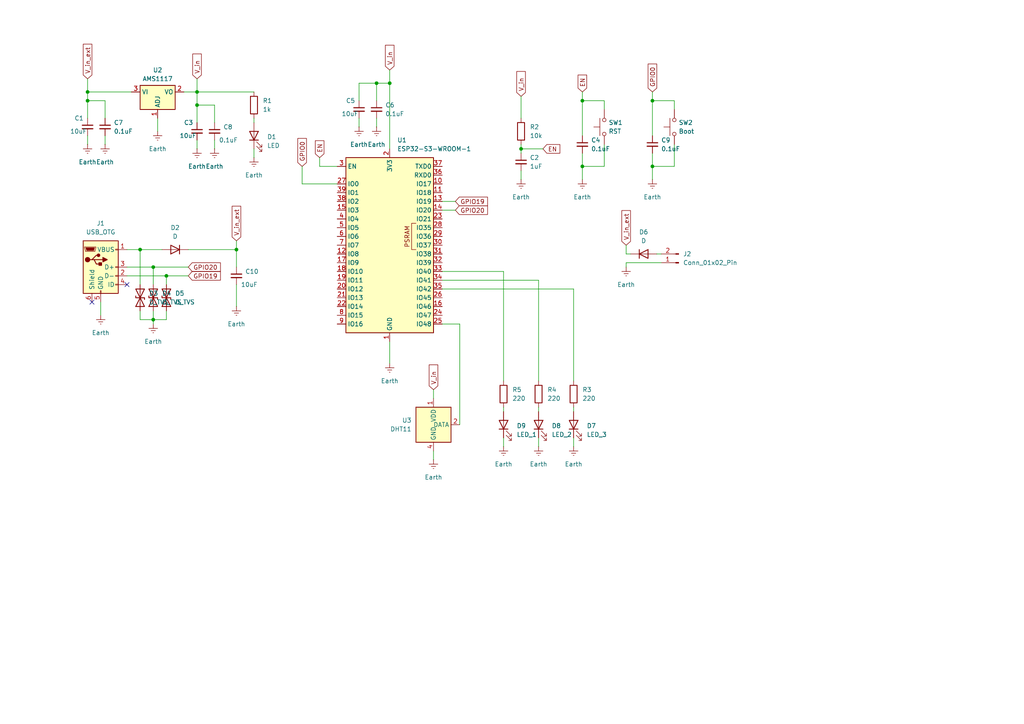
<source format=kicad_sch>
(kicad_sch
	(version 20231120)
	(generator "eeschema")
	(generator_version "8.0")
	(uuid "526f62ef-de95-423b-8933-0e370b3fd1c9")
	(paper "A4")
	(lib_symbols
		(symbol "Connector:Conn_01x02_Pin"
			(pin_names
				(offset 1.016) hide)
			(exclude_from_sim no)
			(in_bom yes)
			(on_board yes)
			(property "Reference" "J"
				(at 0 2.54 0)
				(effects
					(font
						(size 1.27 1.27)
					)
				)
			)
			(property "Value" "Conn_01x02_Pin"
				(at 0 -5.08 0)
				(effects
					(font
						(size 1.27 1.27)
					)
				)
			)
			(property "Footprint" ""
				(at 0 0 0)
				(effects
					(font
						(size 1.27 1.27)
					)
					(hide yes)
				)
			)
			(property "Datasheet" "~"
				(at 0 0 0)
				(effects
					(font
						(size 1.27 1.27)
					)
					(hide yes)
				)
			)
			(property "Description" "Generic connector, single row, 01x02, script generated"
				(at 0 0 0)
				(effects
					(font
						(size 1.27 1.27)
					)
					(hide yes)
				)
			)
			(property "ki_locked" ""
				(at 0 0 0)
				(effects
					(font
						(size 1.27 1.27)
					)
				)
			)
			(property "ki_keywords" "connector"
				(at 0 0 0)
				(effects
					(font
						(size 1.27 1.27)
					)
					(hide yes)
				)
			)
			(property "ki_fp_filters" "Connector*:*_1x??_*"
				(at 0 0 0)
				(effects
					(font
						(size 1.27 1.27)
					)
					(hide yes)
				)
			)
			(symbol "Conn_01x02_Pin_1_1"
				(polyline
					(pts
						(xy 1.27 -2.54) (xy 0.8636 -2.54)
					)
					(stroke
						(width 0.1524)
						(type default)
					)
					(fill
						(type none)
					)
				)
				(polyline
					(pts
						(xy 1.27 0) (xy 0.8636 0)
					)
					(stroke
						(width 0.1524)
						(type default)
					)
					(fill
						(type none)
					)
				)
				(rectangle
					(start 0.8636 -2.413)
					(end 0 -2.667)
					(stroke
						(width 0.1524)
						(type default)
					)
					(fill
						(type outline)
					)
				)
				(rectangle
					(start 0.8636 0.127)
					(end 0 -0.127)
					(stroke
						(width 0.1524)
						(type default)
					)
					(fill
						(type outline)
					)
				)
				(pin passive line
					(at 5.08 0 180)
					(length 3.81)
					(name "Pin_1"
						(effects
							(font
								(size 1.27 1.27)
							)
						)
					)
					(number "1"
						(effects
							(font
								(size 1.27 1.27)
							)
						)
					)
				)
				(pin passive line
					(at 5.08 -2.54 180)
					(length 3.81)
					(name "Pin_2"
						(effects
							(font
								(size 1.27 1.27)
							)
						)
					)
					(number "2"
						(effects
							(font
								(size 1.27 1.27)
							)
						)
					)
				)
			)
		)
		(symbol "Connector:USB_OTG"
			(pin_names
				(offset 1.016)
			)
			(exclude_from_sim no)
			(in_bom yes)
			(on_board yes)
			(property "Reference" "J"
				(at -5.08 11.43 0)
				(effects
					(font
						(size 1.27 1.27)
					)
					(justify left)
				)
			)
			(property "Value" "USB_OTG"
				(at -5.08 8.89 0)
				(effects
					(font
						(size 1.27 1.27)
					)
					(justify left)
				)
			)
			(property "Footprint" ""
				(at 3.81 -1.27 0)
				(effects
					(font
						(size 1.27 1.27)
					)
					(hide yes)
				)
			)
			(property "Datasheet" " ~"
				(at 3.81 -1.27 0)
				(effects
					(font
						(size 1.27 1.27)
					)
					(hide yes)
				)
			)
			(property "Description" "USB mini/micro connector"
				(at 0 0 0)
				(effects
					(font
						(size 1.27 1.27)
					)
					(hide yes)
				)
			)
			(property "ki_keywords" "connector USB"
				(at 0 0 0)
				(effects
					(font
						(size 1.27 1.27)
					)
					(hide yes)
				)
			)
			(property "ki_fp_filters" "USB*"
				(at 0 0 0)
				(effects
					(font
						(size 1.27 1.27)
					)
					(hide yes)
				)
			)
			(symbol "USB_OTG_0_1"
				(rectangle
					(start -5.08 -7.62)
					(end 5.08 7.62)
					(stroke
						(width 0.254)
						(type default)
					)
					(fill
						(type background)
					)
				)
				(circle
					(center -3.81 2.159)
					(radius 0.635)
					(stroke
						(width 0.254)
						(type default)
					)
					(fill
						(type outline)
					)
				)
				(circle
					(center -0.635 3.429)
					(radius 0.381)
					(stroke
						(width 0.254)
						(type default)
					)
					(fill
						(type outline)
					)
				)
				(rectangle
					(start -0.127 -7.62)
					(end 0.127 -6.858)
					(stroke
						(width 0)
						(type default)
					)
					(fill
						(type none)
					)
				)
				(polyline
					(pts
						(xy -1.905 2.159) (xy 0.635 2.159)
					)
					(stroke
						(width 0.254)
						(type default)
					)
					(fill
						(type none)
					)
				)
				(polyline
					(pts
						(xy -3.175 2.159) (xy -2.54 2.159) (xy -1.27 3.429) (xy -0.635 3.429)
					)
					(stroke
						(width 0.254)
						(type default)
					)
					(fill
						(type none)
					)
				)
				(polyline
					(pts
						(xy -2.54 2.159) (xy -1.905 2.159) (xy -1.27 0.889) (xy 0 0.889)
					)
					(stroke
						(width 0.254)
						(type default)
					)
					(fill
						(type none)
					)
				)
				(polyline
					(pts
						(xy 0.635 2.794) (xy 0.635 1.524) (xy 1.905 2.159) (xy 0.635 2.794)
					)
					(stroke
						(width 0.254)
						(type default)
					)
					(fill
						(type outline)
					)
				)
				(polyline
					(pts
						(xy -4.318 5.588) (xy -1.778 5.588) (xy -2.032 4.826) (xy -4.064 4.826) (xy -4.318 5.588)
					)
					(stroke
						(width 0)
						(type default)
					)
					(fill
						(type outline)
					)
				)
				(polyline
					(pts
						(xy -4.699 5.842) (xy -4.699 5.588) (xy -4.445 4.826) (xy -4.445 4.572) (xy -1.651 4.572) (xy -1.651 4.826)
						(xy -1.397 5.588) (xy -1.397 5.842) (xy -4.699 5.842)
					)
					(stroke
						(width 0)
						(type default)
					)
					(fill
						(type none)
					)
				)
				(rectangle
					(start 0.254 1.27)
					(end -0.508 0.508)
					(stroke
						(width 0.254)
						(type default)
					)
					(fill
						(type outline)
					)
				)
				(rectangle
					(start 5.08 -5.207)
					(end 4.318 -4.953)
					(stroke
						(width 0)
						(type default)
					)
					(fill
						(type none)
					)
				)
				(rectangle
					(start 5.08 -2.667)
					(end 4.318 -2.413)
					(stroke
						(width 0)
						(type default)
					)
					(fill
						(type none)
					)
				)
				(rectangle
					(start 5.08 -0.127)
					(end 4.318 0.127)
					(stroke
						(width 0)
						(type default)
					)
					(fill
						(type none)
					)
				)
				(rectangle
					(start 5.08 4.953)
					(end 4.318 5.207)
					(stroke
						(width 0)
						(type default)
					)
					(fill
						(type none)
					)
				)
			)
			(symbol "USB_OTG_1_1"
				(pin passive line
					(at 7.62 5.08 180)
					(length 2.54)
					(name "VBUS"
						(effects
							(font
								(size 1.27 1.27)
							)
						)
					)
					(number "1"
						(effects
							(font
								(size 1.27 1.27)
							)
						)
					)
				)
				(pin bidirectional line
					(at 7.62 -2.54 180)
					(length 2.54)
					(name "D-"
						(effects
							(font
								(size 1.27 1.27)
							)
						)
					)
					(number "2"
						(effects
							(font
								(size 1.27 1.27)
							)
						)
					)
				)
				(pin bidirectional line
					(at 7.62 0 180)
					(length 2.54)
					(name "D+"
						(effects
							(font
								(size 1.27 1.27)
							)
						)
					)
					(number "3"
						(effects
							(font
								(size 1.27 1.27)
							)
						)
					)
				)
				(pin passive line
					(at 7.62 -5.08 180)
					(length 2.54)
					(name "ID"
						(effects
							(font
								(size 1.27 1.27)
							)
						)
					)
					(number "4"
						(effects
							(font
								(size 1.27 1.27)
							)
						)
					)
				)
				(pin passive line
					(at 0 -10.16 90)
					(length 2.54)
					(name "GND"
						(effects
							(font
								(size 1.27 1.27)
							)
						)
					)
					(number "5"
						(effects
							(font
								(size 1.27 1.27)
							)
						)
					)
				)
				(pin passive line
					(at -2.54 -10.16 90)
					(length 2.54)
					(name "Shield"
						(effects
							(font
								(size 1.27 1.27)
							)
						)
					)
					(number "6"
						(effects
							(font
								(size 1.27 1.27)
							)
						)
					)
				)
			)
		)
		(symbol "Device:C_Small"
			(pin_numbers hide)
			(pin_names
				(offset 0.254) hide)
			(exclude_from_sim no)
			(in_bom yes)
			(on_board yes)
			(property "Reference" "C"
				(at 0.254 1.778 0)
				(effects
					(font
						(size 1.27 1.27)
					)
					(justify left)
				)
			)
			(property "Value" "C_Small"
				(at 0.254 -2.032 0)
				(effects
					(font
						(size 1.27 1.27)
					)
					(justify left)
				)
			)
			(property "Footprint" ""
				(at 0 0 0)
				(effects
					(font
						(size 1.27 1.27)
					)
					(hide yes)
				)
			)
			(property "Datasheet" "~"
				(at 0 0 0)
				(effects
					(font
						(size 1.27 1.27)
					)
					(hide yes)
				)
			)
			(property "Description" "Unpolarized capacitor, small symbol"
				(at 0 0 0)
				(effects
					(font
						(size 1.27 1.27)
					)
					(hide yes)
				)
			)
			(property "ki_keywords" "capacitor cap"
				(at 0 0 0)
				(effects
					(font
						(size 1.27 1.27)
					)
					(hide yes)
				)
			)
			(property "ki_fp_filters" "C_*"
				(at 0 0 0)
				(effects
					(font
						(size 1.27 1.27)
					)
					(hide yes)
				)
			)
			(symbol "C_Small_0_1"
				(polyline
					(pts
						(xy -1.524 -0.508) (xy 1.524 -0.508)
					)
					(stroke
						(width 0.3302)
						(type default)
					)
					(fill
						(type none)
					)
				)
				(polyline
					(pts
						(xy -1.524 0.508) (xy 1.524 0.508)
					)
					(stroke
						(width 0.3048)
						(type default)
					)
					(fill
						(type none)
					)
				)
			)
			(symbol "C_Small_1_1"
				(pin passive line
					(at 0 2.54 270)
					(length 2.032)
					(name "~"
						(effects
							(font
								(size 1.27 1.27)
							)
						)
					)
					(number "1"
						(effects
							(font
								(size 1.27 1.27)
							)
						)
					)
				)
				(pin passive line
					(at 0 -2.54 90)
					(length 2.032)
					(name "~"
						(effects
							(font
								(size 1.27 1.27)
							)
						)
					)
					(number "2"
						(effects
							(font
								(size 1.27 1.27)
							)
						)
					)
				)
			)
		)
		(symbol "Device:D"
			(pin_numbers hide)
			(pin_names
				(offset 1.016) hide)
			(exclude_from_sim no)
			(in_bom yes)
			(on_board yes)
			(property "Reference" "D"
				(at 0 2.54 0)
				(effects
					(font
						(size 1.27 1.27)
					)
				)
			)
			(property "Value" "D"
				(at 0 -2.54 0)
				(effects
					(font
						(size 1.27 1.27)
					)
				)
			)
			(property "Footprint" ""
				(at 0 0 0)
				(effects
					(font
						(size 1.27 1.27)
					)
					(hide yes)
				)
			)
			(property "Datasheet" "~"
				(at 0 0 0)
				(effects
					(font
						(size 1.27 1.27)
					)
					(hide yes)
				)
			)
			(property "Description" "Diode"
				(at 0 0 0)
				(effects
					(font
						(size 1.27 1.27)
					)
					(hide yes)
				)
			)
			(property "Sim.Device" "D"
				(at 0 0 0)
				(effects
					(font
						(size 1.27 1.27)
					)
					(hide yes)
				)
			)
			(property "Sim.Pins" "1=K 2=A"
				(at 0 0 0)
				(effects
					(font
						(size 1.27 1.27)
					)
					(hide yes)
				)
			)
			(property "ki_keywords" "diode"
				(at 0 0 0)
				(effects
					(font
						(size 1.27 1.27)
					)
					(hide yes)
				)
			)
			(property "ki_fp_filters" "TO-???* *_Diode_* *SingleDiode* D_*"
				(at 0 0 0)
				(effects
					(font
						(size 1.27 1.27)
					)
					(hide yes)
				)
			)
			(symbol "D_0_1"
				(polyline
					(pts
						(xy -1.27 1.27) (xy -1.27 -1.27)
					)
					(stroke
						(width 0.254)
						(type default)
					)
					(fill
						(type none)
					)
				)
				(polyline
					(pts
						(xy 1.27 0) (xy -1.27 0)
					)
					(stroke
						(width 0)
						(type default)
					)
					(fill
						(type none)
					)
				)
				(polyline
					(pts
						(xy 1.27 1.27) (xy 1.27 -1.27) (xy -1.27 0) (xy 1.27 1.27)
					)
					(stroke
						(width 0.254)
						(type default)
					)
					(fill
						(type none)
					)
				)
			)
			(symbol "D_1_1"
				(pin passive line
					(at -3.81 0 0)
					(length 2.54)
					(name "K"
						(effects
							(font
								(size 1.27 1.27)
							)
						)
					)
					(number "1"
						(effects
							(font
								(size 1.27 1.27)
							)
						)
					)
				)
				(pin passive line
					(at 3.81 0 180)
					(length 2.54)
					(name "A"
						(effects
							(font
								(size 1.27 1.27)
							)
						)
					)
					(number "2"
						(effects
							(font
								(size 1.27 1.27)
							)
						)
					)
				)
			)
		)
		(symbol "Device:D_TVS"
			(pin_numbers hide)
			(pin_names
				(offset 1.016) hide)
			(exclude_from_sim no)
			(in_bom yes)
			(on_board yes)
			(property "Reference" "D"
				(at 0 2.54 0)
				(effects
					(font
						(size 1.27 1.27)
					)
				)
			)
			(property "Value" "D_TVS"
				(at 0 -2.54 0)
				(effects
					(font
						(size 1.27 1.27)
					)
				)
			)
			(property "Footprint" ""
				(at 0 0 0)
				(effects
					(font
						(size 1.27 1.27)
					)
					(hide yes)
				)
			)
			(property "Datasheet" "~"
				(at 0 0 0)
				(effects
					(font
						(size 1.27 1.27)
					)
					(hide yes)
				)
			)
			(property "Description" "Bidirectional transient-voltage-suppression diode"
				(at 0 0 0)
				(effects
					(font
						(size 1.27 1.27)
					)
					(hide yes)
				)
			)
			(property "ki_keywords" "diode TVS thyrector"
				(at 0 0 0)
				(effects
					(font
						(size 1.27 1.27)
					)
					(hide yes)
				)
			)
			(property "ki_fp_filters" "TO-???* *_Diode_* *SingleDiode* D_*"
				(at 0 0 0)
				(effects
					(font
						(size 1.27 1.27)
					)
					(hide yes)
				)
			)
			(symbol "D_TVS_0_1"
				(polyline
					(pts
						(xy 1.27 0) (xy -1.27 0)
					)
					(stroke
						(width 0)
						(type default)
					)
					(fill
						(type none)
					)
				)
				(polyline
					(pts
						(xy 0.508 1.27) (xy 0 1.27) (xy 0 -1.27) (xy -0.508 -1.27)
					)
					(stroke
						(width 0.254)
						(type default)
					)
					(fill
						(type none)
					)
				)
				(polyline
					(pts
						(xy -2.54 1.27) (xy -2.54 -1.27) (xy 2.54 1.27) (xy 2.54 -1.27) (xy -2.54 1.27)
					)
					(stroke
						(width 0.254)
						(type default)
					)
					(fill
						(type none)
					)
				)
			)
			(symbol "D_TVS_1_1"
				(pin passive line
					(at -3.81 0 0)
					(length 2.54)
					(name "A1"
						(effects
							(font
								(size 1.27 1.27)
							)
						)
					)
					(number "1"
						(effects
							(font
								(size 1.27 1.27)
							)
						)
					)
				)
				(pin passive line
					(at 3.81 0 180)
					(length 2.54)
					(name "A2"
						(effects
							(font
								(size 1.27 1.27)
							)
						)
					)
					(number "2"
						(effects
							(font
								(size 1.27 1.27)
							)
						)
					)
				)
			)
		)
		(symbol "Device:LED"
			(pin_numbers hide)
			(pin_names
				(offset 1.016) hide)
			(exclude_from_sim no)
			(in_bom yes)
			(on_board yes)
			(property "Reference" "D"
				(at 0 2.54 0)
				(effects
					(font
						(size 1.27 1.27)
					)
				)
			)
			(property "Value" "LED"
				(at 0 -2.54 0)
				(effects
					(font
						(size 1.27 1.27)
					)
				)
			)
			(property "Footprint" ""
				(at 0 0 0)
				(effects
					(font
						(size 1.27 1.27)
					)
					(hide yes)
				)
			)
			(property "Datasheet" "~"
				(at 0 0 0)
				(effects
					(font
						(size 1.27 1.27)
					)
					(hide yes)
				)
			)
			(property "Description" "Light emitting diode"
				(at 0 0 0)
				(effects
					(font
						(size 1.27 1.27)
					)
					(hide yes)
				)
			)
			(property "ki_keywords" "LED diode"
				(at 0 0 0)
				(effects
					(font
						(size 1.27 1.27)
					)
					(hide yes)
				)
			)
			(property "ki_fp_filters" "LED* LED_SMD:* LED_THT:*"
				(at 0 0 0)
				(effects
					(font
						(size 1.27 1.27)
					)
					(hide yes)
				)
			)
			(symbol "LED_0_1"
				(polyline
					(pts
						(xy -1.27 -1.27) (xy -1.27 1.27)
					)
					(stroke
						(width 0.254)
						(type default)
					)
					(fill
						(type none)
					)
				)
				(polyline
					(pts
						(xy -1.27 0) (xy 1.27 0)
					)
					(stroke
						(width 0)
						(type default)
					)
					(fill
						(type none)
					)
				)
				(polyline
					(pts
						(xy 1.27 -1.27) (xy 1.27 1.27) (xy -1.27 0) (xy 1.27 -1.27)
					)
					(stroke
						(width 0.254)
						(type default)
					)
					(fill
						(type none)
					)
				)
				(polyline
					(pts
						(xy -3.048 -0.762) (xy -4.572 -2.286) (xy -3.81 -2.286) (xy -4.572 -2.286) (xy -4.572 -1.524)
					)
					(stroke
						(width 0)
						(type default)
					)
					(fill
						(type none)
					)
				)
				(polyline
					(pts
						(xy -1.778 -0.762) (xy -3.302 -2.286) (xy -2.54 -2.286) (xy -3.302 -2.286) (xy -3.302 -1.524)
					)
					(stroke
						(width 0)
						(type default)
					)
					(fill
						(type none)
					)
				)
			)
			(symbol "LED_1_1"
				(pin passive line
					(at -3.81 0 0)
					(length 2.54)
					(name "K"
						(effects
							(font
								(size 1.27 1.27)
							)
						)
					)
					(number "1"
						(effects
							(font
								(size 1.27 1.27)
							)
						)
					)
				)
				(pin passive line
					(at 3.81 0 180)
					(length 2.54)
					(name "A"
						(effects
							(font
								(size 1.27 1.27)
							)
						)
					)
					(number "2"
						(effects
							(font
								(size 1.27 1.27)
							)
						)
					)
				)
			)
		)
		(symbol "Device:R"
			(pin_numbers hide)
			(pin_names
				(offset 0)
			)
			(exclude_from_sim no)
			(in_bom yes)
			(on_board yes)
			(property "Reference" "R"
				(at 2.032 0 90)
				(effects
					(font
						(size 1.27 1.27)
					)
				)
			)
			(property "Value" "R"
				(at 0 0 90)
				(effects
					(font
						(size 1.27 1.27)
					)
				)
			)
			(property "Footprint" ""
				(at -1.778 0 90)
				(effects
					(font
						(size 1.27 1.27)
					)
					(hide yes)
				)
			)
			(property "Datasheet" "~"
				(at 0 0 0)
				(effects
					(font
						(size 1.27 1.27)
					)
					(hide yes)
				)
			)
			(property "Description" "Resistor"
				(at 0 0 0)
				(effects
					(font
						(size 1.27 1.27)
					)
					(hide yes)
				)
			)
			(property "ki_keywords" "R res resistor"
				(at 0 0 0)
				(effects
					(font
						(size 1.27 1.27)
					)
					(hide yes)
				)
			)
			(property "ki_fp_filters" "R_*"
				(at 0 0 0)
				(effects
					(font
						(size 1.27 1.27)
					)
					(hide yes)
				)
			)
			(symbol "R_0_1"
				(rectangle
					(start -1.016 -2.54)
					(end 1.016 2.54)
					(stroke
						(width 0.254)
						(type default)
					)
					(fill
						(type none)
					)
				)
			)
			(symbol "R_1_1"
				(pin passive line
					(at 0 3.81 270)
					(length 1.27)
					(name "~"
						(effects
							(font
								(size 1.27 1.27)
							)
						)
					)
					(number "1"
						(effects
							(font
								(size 1.27 1.27)
							)
						)
					)
				)
				(pin passive line
					(at 0 -3.81 90)
					(length 1.27)
					(name "~"
						(effects
							(font
								(size 1.27 1.27)
							)
						)
					)
					(number "2"
						(effects
							(font
								(size 1.27 1.27)
							)
						)
					)
				)
			)
		)
		(symbol "RF_Module:ESP32-S3-WROOM-1"
			(exclude_from_sim no)
			(in_bom yes)
			(on_board yes)
			(property "Reference" "U"
				(at -12.7 26.67 0)
				(effects
					(font
						(size 1.27 1.27)
					)
				)
			)
			(property "Value" "ESP32-S3-WROOM-1"
				(at 12.7 26.67 0)
				(effects
					(font
						(size 1.27 1.27)
					)
				)
			)
			(property "Footprint" "RF_Module:ESP32-S3-WROOM-1"
				(at 0 2.54 0)
				(effects
					(font
						(size 1.27 1.27)
					)
					(hide yes)
				)
			)
			(property "Datasheet" "https://www.espressif.com/sites/default/files/documentation/esp32-s3-wroom-1_wroom-1u_datasheet_en.pdf"
				(at 0 0 0)
				(effects
					(font
						(size 1.27 1.27)
					)
					(hide yes)
				)
			)
			(property "Description" "RF Module, ESP32-S3 SoC, Wi-Fi 802.11b/g/n, Bluetooth, BLE, 32-bit, 3.3V, onboard antenna, SMD"
				(at 0 0 0)
				(effects
					(font
						(size 1.27 1.27)
					)
					(hide yes)
				)
			)
			(property "ki_keywords" "RF Radio BT ESP ESP32-S3 Espressif onboard PCB antenna"
				(at 0 0 0)
				(effects
					(font
						(size 1.27 1.27)
					)
					(hide yes)
				)
			)
			(property "ki_fp_filters" "ESP32?S3?WROOM?1*"
				(at 0 0 0)
				(effects
					(font
						(size 1.27 1.27)
					)
					(hide yes)
				)
			)
			(symbol "ESP32-S3-WROOM-1_0_0"
				(rectangle
					(start -12.7 25.4)
					(end 12.7 -25.4)
					(stroke
						(width 0.254)
						(type default)
					)
					(fill
						(type background)
					)
				)
				(text "PSRAM"
					(at 5.08 2.54 900)
					(effects
						(font
							(size 1.27 1.27)
						)
					)
				)
			)
			(symbol "ESP32-S3-WROOM-1_0_1"
				(polyline
					(pts
						(xy 7.62 -1.27) (xy 6.35 -1.27) (xy 6.35 6.35) (xy 7.62 6.35)
					)
					(stroke
						(width 0)
						(type default)
					)
					(fill
						(type none)
					)
				)
			)
			(symbol "ESP32-S3-WROOM-1_1_1"
				(pin power_in line
					(at 0 -27.94 90)
					(length 2.54)
					(name "GND"
						(effects
							(font
								(size 1.27 1.27)
							)
						)
					)
					(number "1"
						(effects
							(font
								(size 1.27 1.27)
							)
						)
					)
				)
				(pin bidirectional line
					(at 15.24 17.78 180)
					(length 2.54)
					(name "IO17"
						(effects
							(font
								(size 1.27 1.27)
							)
						)
					)
					(number "10"
						(effects
							(font
								(size 1.27 1.27)
							)
						)
					)
				)
				(pin bidirectional line
					(at 15.24 15.24 180)
					(length 2.54)
					(name "IO18"
						(effects
							(font
								(size 1.27 1.27)
							)
						)
					)
					(number "11"
						(effects
							(font
								(size 1.27 1.27)
							)
						)
					)
				)
				(pin bidirectional line
					(at -15.24 -2.54 0)
					(length 2.54)
					(name "IO8"
						(effects
							(font
								(size 1.27 1.27)
							)
						)
					)
					(number "12"
						(effects
							(font
								(size 1.27 1.27)
							)
						)
					)
				)
				(pin bidirectional line
					(at 15.24 12.7 180)
					(length 2.54)
					(name "IO19"
						(effects
							(font
								(size 1.27 1.27)
							)
						)
					)
					(number "13"
						(effects
							(font
								(size 1.27 1.27)
							)
						)
					)
				)
				(pin bidirectional line
					(at 15.24 10.16 180)
					(length 2.54)
					(name "IO20"
						(effects
							(font
								(size 1.27 1.27)
							)
						)
					)
					(number "14"
						(effects
							(font
								(size 1.27 1.27)
							)
						)
					)
				)
				(pin bidirectional line
					(at -15.24 10.16 0)
					(length 2.54)
					(name "IO3"
						(effects
							(font
								(size 1.27 1.27)
							)
						)
					)
					(number "15"
						(effects
							(font
								(size 1.27 1.27)
							)
						)
					)
				)
				(pin bidirectional line
					(at 15.24 -17.78 180)
					(length 2.54)
					(name "IO46"
						(effects
							(font
								(size 1.27 1.27)
							)
						)
					)
					(number "16"
						(effects
							(font
								(size 1.27 1.27)
							)
						)
					)
				)
				(pin bidirectional line
					(at -15.24 -5.08 0)
					(length 2.54)
					(name "IO9"
						(effects
							(font
								(size 1.27 1.27)
							)
						)
					)
					(number "17"
						(effects
							(font
								(size 1.27 1.27)
							)
						)
					)
				)
				(pin bidirectional line
					(at -15.24 -7.62 0)
					(length 2.54)
					(name "IO10"
						(effects
							(font
								(size 1.27 1.27)
							)
						)
					)
					(number "18"
						(effects
							(font
								(size 1.27 1.27)
							)
						)
					)
				)
				(pin bidirectional line
					(at -15.24 -10.16 0)
					(length 2.54)
					(name "IO11"
						(effects
							(font
								(size 1.27 1.27)
							)
						)
					)
					(number "19"
						(effects
							(font
								(size 1.27 1.27)
							)
						)
					)
				)
				(pin power_in line
					(at 0 27.94 270)
					(length 2.54)
					(name "3V3"
						(effects
							(font
								(size 1.27 1.27)
							)
						)
					)
					(number "2"
						(effects
							(font
								(size 1.27 1.27)
							)
						)
					)
				)
				(pin bidirectional line
					(at -15.24 -12.7 0)
					(length 2.54)
					(name "IO12"
						(effects
							(font
								(size 1.27 1.27)
							)
						)
					)
					(number "20"
						(effects
							(font
								(size 1.27 1.27)
							)
						)
					)
				)
				(pin bidirectional line
					(at -15.24 -15.24 0)
					(length 2.54)
					(name "IO13"
						(effects
							(font
								(size 1.27 1.27)
							)
						)
					)
					(number "21"
						(effects
							(font
								(size 1.27 1.27)
							)
						)
					)
				)
				(pin bidirectional line
					(at -15.24 -17.78 0)
					(length 2.54)
					(name "IO14"
						(effects
							(font
								(size 1.27 1.27)
							)
						)
					)
					(number "22"
						(effects
							(font
								(size 1.27 1.27)
							)
						)
					)
				)
				(pin bidirectional line
					(at 15.24 7.62 180)
					(length 2.54)
					(name "IO21"
						(effects
							(font
								(size 1.27 1.27)
							)
						)
					)
					(number "23"
						(effects
							(font
								(size 1.27 1.27)
							)
						)
					)
				)
				(pin bidirectional line
					(at 15.24 -20.32 180)
					(length 2.54)
					(name "IO47"
						(effects
							(font
								(size 1.27 1.27)
							)
						)
					)
					(number "24"
						(effects
							(font
								(size 1.27 1.27)
							)
						)
					)
				)
				(pin bidirectional line
					(at 15.24 -22.86 180)
					(length 2.54)
					(name "IO48"
						(effects
							(font
								(size 1.27 1.27)
							)
						)
					)
					(number "25"
						(effects
							(font
								(size 1.27 1.27)
							)
						)
					)
				)
				(pin bidirectional line
					(at 15.24 -15.24 180)
					(length 2.54)
					(name "IO45"
						(effects
							(font
								(size 1.27 1.27)
							)
						)
					)
					(number "26"
						(effects
							(font
								(size 1.27 1.27)
							)
						)
					)
				)
				(pin bidirectional line
					(at -15.24 17.78 0)
					(length 2.54)
					(name "IO0"
						(effects
							(font
								(size 1.27 1.27)
							)
						)
					)
					(number "27"
						(effects
							(font
								(size 1.27 1.27)
							)
						)
					)
				)
				(pin bidirectional line
					(at 15.24 5.08 180)
					(length 2.54)
					(name "IO35"
						(effects
							(font
								(size 1.27 1.27)
							)
						)
					)
					(number "28"
						(effects
							(font
								(size 1.27 1.27)
							)
						)
					)
				)
				(pin bidirectional line
					(at 15.24 2.54 180)
					(length 2.54)
					(name "IO36"
						(effects
							(font
								(size 1.27 1.27)
							)
						)
					)
					(number "29"
						(effects
							(font
								(size 1.27 1.27)
							)
						)
					)
				)
				(pin input line
					(at -15.24 22.86 0)
					(length 2.54)
					(name "EN"
						(effects
							(font
								(size 1.27 1.27)
							)
						)
					)
					(number "3"
						(effects
							(font
								(size 1.27 1.27)
							)
						)
					)
				)
				(pin bidirectional line
					(at 15.24 0 180)
					(length 2.54)
					(name "IO37"
						(effects
							(font
								(size 1.27 1.27)
							)
						)
					)
					(number "30"
						(effects
							(font
								(size 1.27 1.27)
							)
						)
					)
				)
				(pin bidirectional line
					(at 15.24 -2.54 180)
					(length 2.54)
					(name "IO38"
						(effects
							(font
								(size 1.27 1.27)
							)
						)
					)
					(number "31"
						(effects
							(font
								(size 1.27 1.27)
							)
						)
					)
				)
				(pin bidirectional line
					(at 15.24 -5.08 180)
					(length 2.54)
					(name "IO39"
						(effects
							(font
								(size 1.27 1.27)
							)
						)
					)
					(number "32"
						(effects
							(font
								(size 1.27 1.27)
							)
						)
					)
				)
				(pin bidirectional line
					(at 15.24 -7.62 180)
					(length 2.54)
					(name "IO40"
						(effects
							(font
								(size 1.27 1.27)
							)
						)
					)
					(number "33"
						(effects
							(font
								(size 1.27 1.27)
							)
						)
					)
				)
				(pin bidirectional line
					(at 15.24 -10.16 180)
					(length 2.54)
					(name "IO41"
						(effects
							(font
								(size 1.27 1.27)
							)
						)
					)
					(number "34"
						(effects
							(font
								(size 1.27 1.27)
							)
						)
					)
				)
				(pin bidirectional line
					(at 15.24 -12.7 180)
					(length 2.54)
					(name "IO42"
						(effects
							(font
								(size 1.27 1.27)
							)
						)
					)
					(number "35"
						(effects
							(font
								(size 1.27 1.27)
							)
						)
					)
				)
				(pin bidirectional line
					(at 15.24 20.32 180)
					(length 2.54)
					(name "RXD0"
						(effects
							(font
								(size 1.27 1.27)
							)
						)
					)
					(number "36"
						(effects
							(font
								(size 1.27 1.27)
							)
						)
					)
				)
				(pin bidirectional line
					(at 15.24 22.86 180)
					(length 2.54)
					(name "TXD0"
						(effects
							(font
								(size 1.27 1.27)
							)
						)
					)
					(number "37"
						(effects
							(font
								(size 1.27 1.27)
							)
						)
					)
				)
				(pin bidirectional line
					(at -15.24 12.7 0)
					(length 2.54)
					(name "IO2"
						(effects
							(font
								(size 1.27 1.27)
							)
						)
					)
					(number "38"
						(effects
							(font
								(size 1.27 1.27)
							)
						)
					)
				)
				(pin bidirectional line
					(at -15.24 15.24 0)
					(length 2.54)
					(name "IO1"
						(effects
							(font
								(size 1.27 1.27)
							)
						)
					)
					(number "39"
						(effects
							(font
								(size 1.27 1.27)
							)
						)
					)
				)
				(pin bidirectional line
					(at -15.24 7.62 0)
					(length 2.54)
					(name "IO4"
						(effects
							(font
								(size 1.27 1.27)
							)
						)
					)
					(number "4"
						(effects
							(font
								(size 1.27 1.27)
							)
						)
					)
				)
				(pin passive line
					(at 0 -27.94 90)
					(length 2.54) hide
					(name "GND"
						(effects
							(font
								(size 1.27 1.27)
							)
						)
					)
					(number "40"
						(effects
							(font
								(size 1.27 1.27)
							)
						)
					)
				)
				(pin passive line
					(at 0 -27.94 90)
					(length 2.54) hide
					(name "GND"
						(effects
							(font
								(size 1.27 1.27)
							)
						)
					)
					(number "41"
						(effects
							(font
								(size 1.27 1.27)
							)
						)
					)
				)
				(pin bidirectional line
					(at -15.24 5.08 0)
					(length 2.54)
					(name "IO5"
						(effects
							(font
								(size 1.27 1.27)
							)
						)
					)
					(number "5"
						(effects
							(font
								(size 1.27 1.27)
							)
						)
					)
				)
				(pin bidirectional line
					(at -15.24 2.54 0)
					(length 2.54)
					(name "IO6"
						(effects
							(font
								(size 1.27 1.27)
							)
						)
					)
					(number "6"
						(effects
							(font
								(size 1.27 1.27)
							)
						)
					)
				)
				(pin bidirectional line
					(at -15.24 0 0)
					(length 2.54)
					(name "IO7"
						(effects
							(font
								(size 1.27 1.27)
							)
						)
					)
					(number "7"
						(effects
							(font
								(size 1.27 1.27)
							)
						)
					)
				)
				(pin bidirectional line
					(at -15.24 -20.32 0)
					(length 2.54)
					(name "IO15"
						(effects
							(font
								(size 1.27 1.27)
							)
						)
					)
					(number "8"
						(effects
							(font
								(size 1.27 1.27)
							)
						)
					)
				)
				(pin bidirectional line
					(at -15.24 -22.86 0)
					(length 2.54)
					(name "IO16"
						(effects
							(font
								(size 1.27 1.27)
							)
						)
					)
					(number "9"
						(effects
							(font
								(size 1.27 1.27)
							)
						)
					)
				)
			)
		)
		(symbol "Regulator_Linear:AMS1117"
			(exclude_from_sim no)
			(in_bom yes)
			(on_board yes)
			(property "Reference" "U"
				(at -3.81 3.175 0)
				(effects
					(font
						(size 1.27 1.27)
					)
				)
			)
			(property "Value" "AMS1117"
				(at 0 3.175 0)
				(effects
					(font
						(size 1.27 1.27)
					)
					(justify left)
				)
			)
			(property "Footprint" "Package_TO_SOT_SMD:SOT-223-3_TabPin2"
				(at 0 5.08 0)
				(effects
					(font
						(size 1.27 1.27)
					)
					(hide yes)
				)
			)
			(property "Datasheet" "http://www.advanced-monolithic.com/pdf/ds1117.pdf"
				(at 2.54 -6.35 0)
				(effects
					(font
						(size 1.27 1.27)
					)
					(hide yes)
				)
			)
			(property "Description" "1A Low Dropout regulator, positive, adjustable output, SOT-223"
				(at 0 0 0)
				(effects
					(font
						(size 1.27 1.27)
					)
					(hide yes)
				)
			)
			(property "ki_keywords" "linear regulator ldo adjustable positive"
				(at 0 0 0)
				(effects
					(font
						(size 1.27 1.27)
					)
					(hide yes)
				)
			)
			(property "ki_fp_filters" "SOT?223*TabPin2*"
				(at 0 0 0)
				(effects
					(font
						(size 1.27 1.27)
					)
					(hide yes)
				)
			)
			(symbol "AMS1117_0_1"
				(rectangle
					(start -5.08 -5.08)
					(end 5.08 1.905)
					(stroke
						(width 0.254)
						(type default)
					)
					(fill
						(type background)
					)
				)
			)
			(symbol "AMS1117_1_1"
				(pin input line
					(at 0 -7.62 90)
					(length 2.54)
					(name "ADJ"
						(effects
							(font
								(size 1.27 1.27)
							)
						)
					)
					(number "1"
						(effects
							(font
								(size 1.27 1.27)
							)
						)
					)
				)
				(pin power_out line
					(at 7.62 0 180)
					(length 2.54)
					(name "VO"
						(effects
							(font
								(size 1.27 1.27)
							)
						)
					)
					(number "2"
						(effects
							(font
								(size 1.27 1.27)
							)
						)
					)
				)
				(pin power_in line
					(at -7.62 0 0)
					(length 2.54)
					(name "VI"
						(effects
							(font
								(size 1.27 1.27)
							)
						)
					)
					(number "3"
						(effects
							(font
								(size 1.27 1.27)
							)
						)
					)
				)
			)
		)
		(symbol "Sensor:DHT11"
			(exclude_from_sim no)
			(in_bom yes)
			(on_board yes)
			(property "Reference" "U"
				(at -3.81 6.35 0)
				(effects
					(font
						(size 1.27 1.27)
					)
				)
			)
			(property "Value" "DHT11"
				(at 3.81 6.35 0)
				(effects
					(font
						(size 1.27 1.27)
					)
				)
			)
			(property "Footprint" "Sensor:Aosong_DHT11_5.5x12.0_P2.54mm"
				(at 0 -10.16 0)
				(effects
					(font
						(size 1.27 1.27)
					)
					(hide yes)
				)
			)
			(property "Datasheet" "http://akizukidenshi.com/download/ds/aosong/DHT11.pdf"
				(at 3.81 6.35 0)
				(effects
					(font
						(size 1.27 1.27)
					)
					(hide yes)
				)
			)
			(property "Description" "3.3V to 5.5V, temperature and humidity module, DHT11"
				(at 0 0 0)
				(effects
					(font
						(size 1.27 1.27)
					)
					(hide yes)
				)
			)
			(property "ki_keywords" "digital sensor"
				(at 0 0 0)
				(effects
					(font
						(size 1.27 1.27)
					)
					(hide yes)
				)
			)
			(property "ki_fp_filters" "Aosong*DHT11*5.5x12.0*P2.54mm*"
				(at 0 0 0)
				(effects
					(font
						(size 1.27 1.27)
					)
					(hide yes)
				)
			)
			(symbol "DHT11_0_1"
				(rectangle
					(start -5.08 5.08)
					(end 5.08 -5.08)
					(stroke
						(width 0.254)
						(type default)
					)
					(fill
						(type background)
					)
				)
			)
			(symbol "DHT11_1_1"
				(pin power_in line
					(at 0 7.62 270)
					(length 2.54)
					(name "VDD"
						(effects
							(font
								(size 1.27 1.27)
							)
						)
					)
					(number "1"
						(effects
							(font
								(size 1.27 1.27)
							)
						)
					)
				)
				(pin bidirectional line
					(at 7.62 0 180)
					(length 2.54)
					(name "DATA"
						(effects
							(font
								(size 1.27 1.27)
							)
						)
					)
					(number "2"
						(effects
							(font
								(size 1.27 1.27)
							)
						)
					)
				)
				(pin no_connect line
					(at -5.08 0 0)
					(length 2.54) hide
					(name "NC"
						(effects
							(font
								(size 1.27 1.27)
							)
						)
					)
					(number "3"
						(effects
							(font
								(size 1.27 1.27)
							)
						)
					)
				)
				(pin power_in line
					(at 0 -7.62 90)
					(length 2.54)
					(name "GND"
						(effects
							(font
								(size 1.27 1.27)
							)
						)
					)
					(number "4"
						(effects
							(font
								(size 1.27 1.27)
							)
						)
					)
				)
			)
		)
		(symbol "Switch:SW_Push"
			(pin_numbers hide)
			(pin_names
				(offset 1.016) hide)
			(exclude_from_sim no)
			(in_bom yes)
			(on_board yes)
			(property "Reference" "SW"
				(at 1.27 2.54 0)
				(effects
					(font
						(size 1.27 1.27)
					)
					(justify left)
				)
			)
			(property "Value" "SW_Push"
				(at 0 -1.524 0)
				(effects
					(font
						(size 1.27 1.27)
					)
				)
			)
			(property "Footprint" ""
				(at 0 5.08 0)
				(effects
					(font
						(size 1.27 1.27)
					)
					(hide yes)
				)
			)
			(property "Datasheet" "~"
				(at 0 5.08 0)
				(effects
					(font
						(size 1.27 1.27)
					)
					(hide yes)
				)
			)
			(property "Description" "Push button switch, generic, two pins"
				(at 0 0 0)
				(effects
					(font
						(size 1.27 1.27)
					)
					(hide yes)
				)
			)
			(property "ki_keywords" "switch normally-open pushbutton push-button"
				(at 0 0 0)
				(effects
					(font
						(size 1.27 1.27)
					)
					(hide yes)
				)
			)
			(symbol "SW_Push_0_1"
				(circle
					(center -2.032 0)
					(radius 0.508)
					(stroke
						(width 0)
						(type default)
					)
					(fill
						(type none)
					)
				)
				(polyline
					(pts
						(xy 0 1.27) (xy 0 3.048)
					)
					(stroke
						(width 0)
						(type default)
					)
					(fill
						(type none)
					)
				)
				(polyline
					(pts
						(xy 2.54 1.27) (xy -2.54 1.27)
					)
					(stroke
						(width 0)
						(type default)
					)
					(fill
						(type none)
					)
				)
				(circle
					(center 2.032 0)
					(radius 0.508)
					(stroke
						(width 0)
						(type default)
					)
					(fill
						(type none)
					)
				)
				(pin passive line
					(at -5.08 0 0)
					(length 2.54)
					(name "1"
						(effects
							(font
								(size 1.27 1.27)
							)
						)
					)
					(number "1"
						(effects
							(font
								(size 1.27 1.27)
							)
						)
					)
				)
				(pin passive line
					(at 5.08 0 180)
					(length 2.54)
					(name "2"
						(effects
							(font
								(size 1.27 1.27)
							)
						)
					)
					(number "2"
						(effects
							(font
								(size 1.27 1.27)
							)
						)
					)
				)
			)
		)
		(symbol "power:Earth"
			(power)
			(pin_numbers hide)
			(pin_names
				(offset 0) hide)
			(exclude_from_sim no)
			(in_bom yes)
			(on_board yes)
			(property "Reference" "#PWR"
				(at 0 -6.35 0)
				(effects
					(font
						(size 1.27 1.27)
					)
					(hide yes)
				)
			)
			(property "Value" "Earth"
				(at 0 -3.81 0)
				(effects
					(font
						(size 1.27 1.27)
					)
				)
			)
			(property "Footprint" ""
				(at 0 0 0)
				(effects
					(font
						(size 1.27 1.27)
					)
					(hide yes)
				)
			)
			(property "Datasheet" "~"
				(at 0 0 0)
				(effects
					(font
						(size 1.27 1.27)
					)
					(hide yes)
				)
			)
			(property "Description" "Power symbol creates a global label with name \"Earth\""
				(at 0 0 0)
				(effects
					(font
						(size 1.27 1.27)
					)
					(hide yes)
				)
			)
			(property "ki_keywords" "global ground gnd"
				(at 0 0 0)
				(effects
					(font
						(size 1.27 1.27)
					)
					(hide yes)
				)
			)
			(symbol "Earth_0_1"
				(polyline
					(pts
						(xy -0.635 -1.905) (xy 0.635 -1.905)
					)
					(stroke
						(width 0)
						(type default)
					)
					(fill
						(type none)
					)
				)
				(polyline
					(pts
						(xy -0.127 -2.54) (xy 0.127 -2.54)
					)
					(stroke
						(width 0)
						(type default)
					)
					(fill
						(type none)
					)
				)
				(polyline
					(pts
						(xy 0 -1.27) (xy 0 0)
					)
					(stroke
						(width 0)
						(type default)
					)
					(fill
						(type none)
					)
				)
				(polyline
					(pts
						(xy 1.27 -1.27) (xy -1.27 -1.27)
					)
					(stroke
						(width 0)
						(type default)
					)
					(fill
						(type none)
					)
				)
			)
			(symbol "Earth_1_1"
				(pin power_in line
					(at 0 0 270)
					(length 0)
					(name "~"
						(effects
							(font
								(size 1.27 1.27)
							)
						)
					)
					(number "1"
						(effects
							(font
								(size 1.27 1.27)
							)
						)
					)
				)
			)
		)
	)
	(junction
		(at 25.4 29.21)
		(diameter 0)
		(color 0 0 0 0)
		(uuid "0d38f040-d3f2-44f1-b7b7-b5b00ce622ec")
	)
	(junction
		(at 25.4 26.67)
		(diameter 0)
		(color 0 0 0 0)
		(uuid "25b07ce6-984b-4016-bcee-fa62d813acc1")
	)
	(junction
		(at 113.03 24.13)
		(diameter 0)
		(color 0 0 0 0)
		(uuid "52375fa1-9d03-45b4-9022-f54b13e61cb6")
	)
	(junction
		(at 168.91 29.21)
		(diameter 0)
		(color 0 0 0 0)
		(uuid "54b4bfaa-6943-4cf7-a4b6-8f1a7f55e96b")
	)
	(junction
		(at 57.15 26.67)
		(diameter 0)
		(color 0 0 0 0)
		(uuid "576c5949-690e-4737-bd4b-832ed577d109")
	)
	(junction
		(at 48.26 80.01)
		(diameter 0)
		(color 0 0 0 0)
		(uuid "69ea2a62-6d7a-4a85-b09b-550da20549af")
	)
	(junction
		(at 189.23 48.26)
		(diameter 0)
		(color 0 0 0 0)
		(uuid "7947c1f4-d9ca-4ac4-817f-3d577e8aab43")
	)
	(junction
		(at 44.45 77.47)
		(diameter 0)
		(color 0 0 0 0)
		(uuid "818b42d1-6a69-4e9d-b00f-9259362047cf")
	)
	(junction
		(at 57.15 30.48)
		(diameter 0)
		(color 0 0 0 0)
		(uuid "8332421d-a6f8-4a47-b9b6-4c50e05428fa")
	)
	(junction
		(at 168.91 48.26)
		(diameter 0)
		(color 0 0 0 0)
		(uuid "a1b480a3-b06f-49c9-a88b-7eea45b52d1e")
	)
	(junction
		(at 151.13 43.18)
		(diameter 0)
		(color 0 0 0 0)
		(uuid "a5fc4169-e288-4bbf-b21c-a4acd5351a29")
	)
	(junction
		(at 44.45 92.71)
		(diameter 0)
		(color 0 0 0 0)
		(uuid "b8d08aa2-16d0-4a91-b564-da4d06d833ba")
	)
	(junction
		(at 68.58 72.39)
		(diameter 0)
		(color 0 0 0 0)
		(uuid "b97aaf74-9dbe-44e4-82cc-b63361b45c7b")
	)
	(junction
		(at 189.23 29.21)
		(diameter 0)
		(color 0 0 0 0)
		(uuid "cbb55142-cd8a-4f26-a680-8d499881e5fc")
	)
	(junction
		(at 109.22 24.13)
		(diameter 0)
		(color 0 0 0 0)
		(uuid "db07c44d-6650-4321-ae14-1fb7c5dab959")
	)
	(junction
		(at 40.64 72.39)
		(diameter 0)
		(color 0 0 0 0)
		(uuid "db111589-190c-47d7-aa28-74fd6e7c313c")
	)
	(no_connect
		(at 26.67 87.63)
		(uuid "54366531-9dc3-4311-b148-2933001dc1d9")
	)
	(no_connect
		(at 36.83 82.55)
		(uuid "e0cc244f-8710-4bd2-8553-11425a0d2180")
	)
	(wire
		(pts
			(xy 190.5 73.66) (xy 191.77 73.66)
		)
		(stroke
			(width 0)
			(type default)
		)
		(uuid "0161d0cd-2bef-4f20-be59-8ce845e96f44")
	)
	(wire
		(pts
			(xy 151.13 27.94) (xy 151.13 34.29)
		)
		(stroke
			(width 0)
			(type default)
		)
		(uuid "0296b8d4-4c9e-4bd5-a827-4e386da805cd")
	)
	(wire
		(pts
			(xy 189.23 39.37) (xy 189.23 29.21)
		)
		(stroke
			(width 0)
			(type default)
		)
		(uuid "06b65ffa-a020-4823-8e33-8a6716a76054")
	)
	(wire
		(pts
			(xy 125.73 113.03) (xy 125.73 115.57)
		)
		(stroke
			(width 0)
			(type default)
		)
		(uuid "092a5d77-4aed-4fbf-983e-b09734df841c")
	)
	(wire
		(pts
			(xy 36.83 77.47) (xy 44.45 77.47)
		)
		(stroke
			(width 0)
			(type default)
		)
		(uuid "09a7014e-196b-406f-b95b-86fa980c72a0")
	)
	(wire
		(pts
			(xy 109.22 34.29) (xy 109.22 36.83)
		)
		(stroke
			(width 0)
			(type default)
		)
		(uuid "0d8855fc-9dae-45b8-8739-0d0e680ea1d0")
	)
	(wire
		(pts
			(xy 36.83 80.01) (xy 48.26 80.01)
		)
		(stroke
			(width 0)
			(type default)
		)
		(uuid "14010922-8512-4c16-9f14-90171140a28d")
	)
	(wire
		(pts
			(xy 195.58 48.26) (xy 189.23 48.26)
		)
		(stroke
			(width 0)
			(type default)
		)
		(uuid "14f83abd-023a-456e-9ee5-baf4fadf69a5")
	)
	(wire
		(pts
			(xy 44.45 77.47) (xy 44.45 82.55)
		)
		(stroke
			(width 0)
			(type default)
		)
		(uuid "1593a5d4-066c-4ba4-b1cb-dc82d9cf7755")
	)
	(wire
		(pts
			(xy 29.21 87.63) (xy 29.21 91.44)
		)
		(stroke
			(width 0)
			(type default)
		)
		(uuid "15b64dd8-49fc-4162-ab32-8d293eeb7815")
	)
	(wire
		(pts
			(xy 68.58 72.39) (xy 68.58 69.85)
		)
		(stroke
			(width 0)
			(type default)
		)
		(uuid "1ed94195-ca20-44f4-8c45-2ba94ad7a83b")
	)
	(wire
		(pts
			(xy 181.61 73.66) (xy 181.61 71.12)
		)
		(stroke
			(width 0)
			(type default)
		)
		(uuid "1f7b5788-454b-479b-85da-7489622813d2")
	)
	(wire
		(pts
			(xy 109.22 24.13) (xy 113.03 24.13)
		)
		(stroke
			(width 0)
			(type default)
		)
		(uuid "1fc42282-e7d0-4c34-af49-a9e6fdd47fef")
	)
	(wire
		(pts
			(xy 54.61 72.39) (xy 68.58 72.39)
		)
		(stroke
			(width 0)
			(type default)
		)
		(uuid "22ce4430-d409-4bea-87f3-a1eb9f980063")
	)
	(wire
		(pts
			(xy 45.72 34.29) (xy 45.72 38.1)
		)
		(stroke
			(width 0)
			(type default)
		)
		(uuid "23c21d98-846a-43ef-a653-0558cc233dc4")
	)
	(wire
		(pts
			(xy 189.23 44.45) (xy 189.23 48.26)
		)
		(stroke
			(width 0)
			(type default)
		)
		(uuid "2696f3c1-1bc8-4876-b6f7-f6228b87a5be")
	)
	(wire
		(pts
			(xy 97.79 48.26) (xy 92.71 48.26)
		)
		(stroke
			(width 0)
			(type default)
		)
		(uuid "2967e269-2e6a-4ee3-98fb-e30e5bdb6483")
	)
	(wire
		(pts
			(xy 156.21 127) (xy 156.21 129.54)
		)
		(stroke
			(width 0)
			(type default)
		)
		(uuid "298a409d-4062-48e6-96fb-dc42577aefc5")
	)
	(wire
		(pts
			(xy 128.27 81.28) (xy 156.21 81.28)
		)
		(stroke
			(width 0)
			(type default)
		)
		(uuid "29ee6dd7-5fae-4d13-93b8-3467fa3bc506")
	)
	(wire
		(pts
			(xy 25.4 29.21) (xy 30.48 29.21)
		)
		(stroke
			(width 0)
			(type default)
		)
		(uuid "2b411c63-1537-418a-b409-7dde6108d799")
	)
	(wire
		(pts
			(xy 151.13 43.18) (xy 151.13 44.45)
		)
		(stroke
			(width 0)
			(type default)
		)
		(uuid "2d2d4e60-7767-4571-9b9e-23b867b01bd2")
	)
	(wire
		(pts
			(xy 57.15 30.48) (xy 57.15 35.56)
		)
		(stroke
			(width 0)
			(type default)
		)
		(uuid "302db12b-c857-4f9f-9af4-4fddffc08b48")
	)
	(wire
		(pts
			(xy 168.91 39.37) (xy 168.91 29.21)
		)
		(stroke
			(width 0)
			(type default)
		)
		(uuid "315a0a3e-8b4d-47f8-bb29-c9b47fee8233")
	)
	(wire
		(pts
			(xy 44.45 77.47) (xy 54.61 77.47)
		)
		(stroke
			(width 0)
			(type default)
		)
		(uuid "39fe4f94-06ed-47ef-b7d5-bcd01cd6a1d7")
	)
	(wire
		(pts
			(xy 113.03 20.32) (xy 113.03 24.13)
		)
		(stroke
			(width 0)
			(type default)
		)
		(uuid "3a301dda-6be4-4da9-bb5f-3fbc8153fa82")
	)
	(wire
		(pts
			(xy 25.4 26.67) (xy 38.1 26.67)
		)
		(stroke
			(width 0)
			(type default)
		)
		(uuid "3e7573b7-6d56-40c4-9124-b35a1d3ffc87")
	)
	(wire
		(pts
			(xy 175.26 48.26) (xy 168.91 48.26)
		)
		(stroke
			(width 0)
			(type default)
		)
		(uuid "40fc83b3-67e9-42f0-82c2-6c856e2ce85d")
	)
	(wire
		(pts
			(xy 166.37 83.82) (xy 166.37 110.49)
		)
		(stroke
			(width 0)
			(type default)
		)
		(uuid "4df8c8b7-362d-44ea-817d-826cd99f69eb")
	)
	(wire
		(pts
			(xy 48.26 90.17) (xy 48.26 92.71)
		)
		(stroke
			(width 0)
			(type default)
		)
		(uuid "50d62c01-9a33-4eb4-bfd7-292b06b2d8b2")
	)
	(wire
		(pts
			(xy 151.13 41.91) (xy 151.13 43.18)
		)
		(stroke
			(width 0)
			(type default)
		)
		(uuid "5886be1d-36b7-46e6-81da-4e53163d2419")
	)
	(wire
		(pts
			(xy 128.27 78.74) (xy 146.05 78.74)
		)
		(stroke
			(width 0)
			(type default)
		)
		(uuid "5ac5e124-29bb-46c5-8d90-2076086cce0a")
	)
	(wire
		(pts
			(xy 62.23 40.64) (xy 62.23 43.18)
		)
		(stroke
			(width 0)
			(type default)
		)
		(uuid "5d8e25aa-389e-416d-8fad-5cf73db07d4b")
	)
	(wire
		(pts
			(xy 104.14 24.13) (xy 109.22 24.13)
		)
		(stroke
			(width 0)
			(type default)
		)
		(uuid "5e08636d-dac5-4976-874d-ce5a03418237")
	)
	(wire
		(pts
			(xy 68.58 82.55) (xy 68.58 88.9)
		)
		(stroke
			(width 0)
			(type default)
		)
		(uuid "5f3b6ab0-8bb5-483f-a18b-7ca498499d30")
	)
	(wire
		(pts
			(xy 68.58 72.39) (xy 68.58 77.47)
		)
		(stroke
			(width 0)
			(type default)
		)
		(uuid "6038c09b-1b5b-43e4-8081-39f27bcd035f")
	)
	(wire
		(pts
			(xy 40.64 72.39) (xy 46.99 72.39)
		)
		(stroke
			(width 0)
			(type default)
		)
		(uuid "64f41439-94c8-4cfe-b466-523f84702369")
	)
	(wire
		(pts
			(xy 181.61 77.47) (xy 181.61 76.2)
		)
		(stroke
			(width 0)
			(type default)
		)
		(uuid "670028d0-5ce5-4a13-bfad-1b05ad3dcb21")
	)
	(wire
		(pts
			(xy 125.73 130.81) (xy 125.73 133.35)
		)
		(stroke
			(width 0)
			(type default)
		)
		(uuid "686d8150-61eb-468d-b7c0-be3780f43e5c")
	)
	(wire
		(pts
			(xy 175.26 29.21) (xy 175.26 31.75)
		)
		(stroke
			(width 0)
			(type default)
		)
		(uuid "68d975e1-1484-4a4c-b9df-d2873f005389")
	)
	(wire
		(pts
			(xy 181.61 76.2) (xy 191.77 76.2)
		)
		(stroke
			(width 0)
			(type default)
		)
		(uuid "6b174379-981f-4122-9454-e3db5e86be1c")
	)
	(wire
		(pts
			(xy 44.45 92.71) (xy 44.45 93.98)
		)
		(stroke
			(width 0)
			(type default)
		)
		(uuid "6b6db1c5-58fd-427e-811d-d20ab3c461ec")
	)
	(wire
		(pts
			(xy 181.61 73.66) (xy 182.88 73.66)
		)
		(stroke
			(width 0)
			(type default)
		)
		(uuid "6e62e15f-6beb-4785-9744-7808e002c36a")
	)
	(wire
		(pts
			(xy 133.35 93.98) (xy 128.27 93.98)
		)
		(stroke
			(width 0)
			(type default)
		)
		(uuid "6f31dcc2-aade-4461-b66f-9e903270b5e4")
	)
	(wire
		(pts
			(xy 195.58 41.91) (xy 195.58 48.26)
		)
		(stroke
			(width 0)
			(type default)
		)
		(uuid "70676ef2-3a0f-4df1-ac9c-b1a2d6f8bf54")
	)
	(wire
		(pts
			(xy 189.23 48.26) (xy 189.23 52.07)
		)
		(stroke
			(width 0)
			(type default)
		)
		(uuid "70e79598-3a56-4c37-a326-5efbf401ee20")
	)
	(wire
		(pts
			(xy 151.13 43.18) (xy 157.48 43.18)
		)
		(stroke
			(width 0)
			(type default)
		)
		(uuid "70ee438c-e4cb-43b7-bcec-4acd99370d54")
	)
	(wire
		(pts
			(xy 156.21 118.11) (xy 156.21 119.38)
		)
		(stroke
			(width 0)
			(type default)
		)
		(uuid "76b60468-0c4a-4295-9371-c73e97578e11")
	)
	(wire
		(pts
			(xy 146.05 78.74) (xy 146.05 110.49)
		)
		(stroke
			(width 0)
			(type default)
		)
		(uuid "77f08a19-5cf0-492c-9aea-c82515573c75")
	)
	(wire
		(pts
			(xy 30.48 39.37) (xy 30.48 41.91)
		)
		(stroke
			(width 0)
			(type default)
		)
		(uuid "7a96432e-6a01-4691-9169-4b5299ff4677")
	)
	(wire
		(pts
			(xy 57.15 26.67) (xy 57.15 30.48)
		)
		(stroke
			(width 0)
			(type default)
		)
		(uuid "7e19e043-14a5-447f-b26b-1d3c9fcd66fc")
	)
	(wire
		(pts
			(xy 104.14 29.21) (xy 104.14 24.13)
		)
		(stroke
			(width 0)
			(type default)
		)
		(uuid "7f7550d9-cd5c-4cd1-af0a-87062bf46e0e")
	)
	(wire
		(pts
			(xy 146.05 127) (xy 146.05 129.54)
		)
		(stroke
			(width 0)
			(type default)
		)
		(uuid "80534f4f-a139-4377-9247-35932acbdb88")
	)
	(wire
		(pts
			(xy 57.15 22.86) (xy 57.15 26.67)
		)
		(stroke
			(width 0)
			(type default)
		)
		(uuid "8108cbaa-f45c-403d-9d54-500b5d8f2a0f")
	)
	(wire
		(pts
			(xy 25.4 39.37) (xy 25.4 41.91)
		)
		(stroke
			(width 0)
			(type default)
		)
		(uuid "84593e21-a0ea-4370-90aa-843ba4d728e7")
	)
	(wire
		(pts
			(xy 168.91 44.45) (xy 168.91 48.26)
		)
		(stroke
			(width 0)
			(type default)
		)
		(uuid "85b0e34a-916c-4677-80de-2ad73550d897")
	)
	(wire
		(pts
			(xy 113.03 99.06) (xy 113.03 105.41)
		)
		(stroke
			(width 0)
			(type default)
		)
		(uuid "86e7fd9e-168a-41cf-947d-832a7618e753")
	)
	(wire
		(pts
			(xy 189.23 29.21) (xy 195.58 29.21)
		)
		(stroke
			(width 0)
			(type default)
		)
		(uuid "87964c3d-5535-4198-987e-6817f4a19156")
	)
	(wire
		(pts
			(xy 146.05 118.11) (xy 146.05 119.38)
		)
		(stroke
			(width 0)
			(type default)
		)
		(uuid "8a19ed33-8362-4f96-bb81-fd5df3b64006")
	)
	(wire
		(pts
			(xy 73.66 43.18) (xy 73.66 45.72)
		)
		(stroke
			(width 0)
			(type default)
		)
		(uuid "8c679fc9-5048-4ba1-9fa0-838e3d6269b2")
	)
	(wire
		(pts
			(xy 57.15 40.64) (xy 57.15 43.18)
		)
		(stroke
			(width 0)
			(type default)
		)
		(uuid "8d23dcbf-6e88-43e6-b204-b4208cd2be15")
	)
	(wire
		(pts
			(xy 109.22 24.13) (xy 109.22 29.21)
		)
		(stroke
			(width 0)
			(type default)
		)
		(uuid "8df93c45-804c-4527-bbee-8a95fd9853d8")
	)
	(wire
		(pts
			(xy 104.14 34.29) (xy 104.14 36.83)
		)
		(stroke
			(width 0)
			(type default)
		)
		(uuid "958ad98b-5932-465a-a5a2-e764f31673cb")
	)
	(wire
		(pts
			(xy 40.64 82.55) (xy 40.64 72.39)
		)
		(stroke
			(width 0)
			(type default)
		)
		(uuid "9b95cd3e-da6b-426b-b927-680bbe74290f")
	)
	(wire
		(pts
			(xy 73.66 34.29) (xy 73.66 35.56)
		)
		(stroke
			(width 0)
			(type default)
		)
		(uuid "9c5bcc99-690c-4db4-a07c-2ab27a42e443")
	)
	(wire
		(pts
			(xy 175.26 41.91) (xy 175.26 48.26)
		)
		(stroke
			(width 0)
			(type default)
		)
		(uuid "a50a709f-da9d-40f1-a82a-cf29fb4ee5a9")
	)
	(wire
		(pts
			(xy 133.35 123.19) (xy 133.35 93.98)
		)
		(stroke
			(width 0)
			(type default)
		)
		(uuid "a55f0e7a-36f7-44ed-8c35-af4e059ba3de")
	)
	(wire
		(pts
			(xy 44.45 90.17) (xy 44.45 92.71)
		)
		(stroke
			(width 0)
			(type default)
		)
		(uuid "a5ee10f5-8384-48f3-a98b-e45a9a0142a5")
	)
	(wire
		(pts
			(xy 53.34 26.67) (xy 57.15 26.67)
		)
		(stroke
			(width 0)
			(type default)
		)
		(uuid "a787ee88-7db0-4556-bcfd-c8bf2c1ef368")
	)
	(wire
		(pts
			(xy 92.71 48.26) (xy 92.71 45.72)
		)
		(stroke
			(width 0)
			(type default)
		)
		(uuid "a85d301a-c71f-4720-8ed0-acea7bcfff76")
	)
	(wire
		(pts
			(xy 97.79 53.34) (xy 87.63 53.34)
		)
		(stroke
			(width 0)
			(type default)
		)
		(uuid "aa6c8f49-7591-4a3c-b60d-c4f83110a519")
	)
	(wire
		(pts
			(xy 30.48 29.21) (xy 30.48 34.29)
		)
		(stroke
			(width 0)
			(type default)
		)
		(uuid "af588954-e6fb-4c43-a5a7-160902a20255")
	)
	(wire
		(pts
			(xy 166.37 127) (xy 166.37 129.54)
		)
		(stroke
			(width 0)
			(type default)
		)
		(uuid "b71c0952-2d59-4d36-b09e-60df54377771")
	)
	(wire
		(pts
			(xy 128.27 58.42) (xy 132.08 58.42)
		)
		(stroke
			(width 0)
			(type default)
		)
		(uuid "b756f083-746a-4831-8bc9-0385ec973b31")
	)
	(wire
		(pts
			(xy 40.64 92.71) (xy 44.45 92.71)
		)
		(stroke
			(width 0)
			(type default)
		)
		(uuid "b7b9c1a7-db01-4746-aae0-047dd155661d")
	)
	(wire
		(pts
			(xy 166.37 118.11) (xy 166.37 119.38)
		)
		(stroke
			(width 0)
			(type default)
		)
		(uuid "bba1cd15-0954-4e32-997c-a4fbd29498fa")
	)
	(wire
		(pts
			(xy 156.21 81.28) (xy 156.21 110.49)
		)
		(stroke
			(width 0)
			(type default)
		)
		(uuid "c0320aa9-619f-49bd-8f1c-285fab3d5c3e")
	)
	(wire
		(pts
			(xy 87.63 53.34) (xy 87.63 48.26)
		)
		(stroke
			(width 0)
			(type default)
		)
		(uuid "c17b56e1-df27-4b1b-b961-3cb7f7240e68")
	)
	(wire
		(pts
			(xy 48.26 80.01) (xy 54.61 80.01)
		)
		(stroke
			(width 0)
			(type default)
		)
		(uuid "c414db54-a9ef-4f54-af4c-e39ff2379196")
	)
	(wire
		(pts
			(xy 48.26 92.71) (xy 44.45 92.71)
		)
		(stroke
			(width 0)
			(type default)
		)
		(uuid "cbf57e8c-a86a-4444-a1c8-f8f78228eb56")
	)
	(wire
		(pts
			(xy 151.13 49.53) (xy 151.13 52.07)
		)
		(stroke
			(width 0)
			(type default)
		)
		(uuid "cfc9bff5-1a3e-46eb-af2f-8a564f4e9d08")
	)
	(wire
		(pts
			(xy 62.23 30.48) (xy 62.23 35.56)
		)
		(stroke
			(width 0)
			(type default)
		)
		(uuid "d71ea46b-9765-4735-a346-bb3a4d1e24be")
	)
	(wire
		(pts
			(xy 48.26 80.01) (xy 48.26 82.55)
		)
		(stroke
			(width 0)
			(type default)
		)
		(uuid "d76caa41-ab90-495d-b11f-a14e78369132")
	)
	(wire
		(pts
			(xy 168.91 48.26) (xy 168.91 52.07)
		)
		(stroke
			(width 0)
			(type default)
		)
		(uuid "d8805368-dd33-473e-a8b0-6ecfa0969fa4")
	)
	(wire
		(pts
			(xy 128.27 60.96) (xy 132.08 60.96)
		)
		(stroke
			(width 0)
			(type default)
		)
		(uuid "db730030-662d-4594-a00e-31fdad507c49")
	)
	(wire
		(pts
			(xy 25.4 26.67) (xy 25.4 29.21)
		)
		(stroke
			(width 0)
			(type default)
		)
		(uuid "e315e65a-286b-4372-9b2a-336473027bf3")
	)
	(wire
		(pts
			(xy 73.66 26.67) (xy 57.15 26.67)
		)
		(stroke
			(width 0)
			(type default)
		)
		(uuid "e4888836-d830-4e9b-9f83-09a1d653e049")
	)
	(wire
		(pts
			(xy 25.4 29.21) (xy 25.4 34.29)
		)
		(stroke
			(width 0)
			(type default)
		)
		(uuid "e6001cc8-6796-4c34-a7b3-090d18f38727")
	)
	(wire
		(pts
			(xy 195.58 29.21) (xy 195.58 31.75)
		)
		(stroke
			(width 0)
			(type default)
		)
		(uuid "e63ac559-6729-4ae5-af5e-56c194af09d5")
	)
	(wire
		(pts
			(xy 40.64 90.17) (xy 40.64 92.71)
		)
		(stroke
			(width 0)
			(type default)
		)
		(uuid "e6646a80-9a1b-406b-8f82-0c04f14a41c7")
	)
	(wire
		(pts
			(xy 128.27 83.82) (xy 166.37 83.82)
		)
		(stroke
			(width 0)
			(type default)
		)
		(uuid "e7702008-0262-43ce-a718-d3cdd21c5bd6")
	)
	(wire
		(pts
			(xy 113.03 24.13) (xy 113.03 43.18)
		)
		(stroke
			(width 0)
			(type default)
		)
		(uuid "eb29d010-6467-4d0a-85f7-b6cd0ed258fa")
	)
	(wire
		(pts
			(xy 168.91 29.21) (xy 175.26 29.21)
		)
		(stroke
			(width 0)
			(type default)
		)
		(uuid "f3b19120-6421-472f-9744-57ba8446ac49")
	)
	(wire
		(pts
			(xy 25.4 22.86) (xy 25.4 26.67)
		)
		(stroke
			(width 0)
			(type default)
		)
		(uuid "f3f5d6b0-4efc-4412-8689-742b600c8412")
	)
	(wire
		(pts
			(xy 36.83 72.39) (xy 40.64 72.39)
		)
		(stroke
			(width 0)
			(type default)
		)
		(uuid "f532b76a-6c4f-4dd6-910f-092f7d91a429")
	)
	(wire
		(pts
			(xy 189.23 26.67) (xy 189.23 29.21)
		)
		(stroke
			(width 0)
			(type default)
		)
		(uuid "f555a488-179f-4bb7-a9a1-defcf3745e3d")
	)
	(wire
		(pts
			(xy 57.15 30.48) (xy 62.23 30.48)
		)
		(stroke
			(width 0)
			(type default)
		)
		(uuid "f9248f4b-a782-485c-84e4-999aefef0d2b")
	)
	(wire
		(pts
			(xy 168.91 26.67) (xy 168.91 29.21)
		)
		(stroke
			(width 0)
			(type default)
		)
		(uuid "faaee925-3a7a-4a71-9173-2070014715b5")
	)
	(global_label "V_in "
		(shape input)
		(at 151.13 27.94 90)
		(fields_autoplaced yes)
		(effects
			(font
				(size 1.27 1.27)
			)
			(justify left)
		)
		(uuid "1353dff9-d099-4552-87f9-36526f436b11")
		(property "Intersheetrefs" "${INTERSHEET_REFS}"
			(at 151.13 20.1772 90)
			(effects
				(font
					(size 1.27 1.27)
				)
				(justify left)
				(hide yes)
			)
		)
	)
	(global_label "EN"
		(shape input)
		(at 157.48 43.18 0)
		(fields_autoplaced yes)
		(effects
			(font
				(size 1.27 1.27)
			)
			(justify left)
		)
		(uuid "2bda7b35-a762-4b8b-81c4-142cc8c095e3")
		(property "Intersheetrefs" "${INTERSHEET_REFS}"
			(at 162.9447 43.18 0)
			(effects
				(font
					(size 1.27 1.27)
				)
				(justify left)
				(hide yes)
			)
		)
	)
	(global_label "V_in "
		(shape input)
		(at 57.15 22.86 90)
		(fields_autoplaced yes)
		(effects
			(font
				(size 1.27 1.27)
			)
			(justify left)
		)
		(uuid "419b46ac-1c00-4052-8711-0d4fa8f67278")
		(property "Intersheetrefs" "${INTERSHEET_REFS}"
			(at 57.15 15.0972 90)
			(effects
				(font
					(size 1.27 1.27)
				)
				(justify left)
				(hide yes)
			)
		)
	)
	(global_label "GPIO20"
		(shape input)
		(at 54.61 77.47 0)
		(fields_autoplaced yes)
		(effects
			(font
				(size 1.27 1.27)
			)
			(justify left)
		)
		(uuid "4a788ca7-493e-40c1-8c19-e581f070a924")
		(property "Intersheetrefs" "${INTERSHEET_REFS}"
			(at 64.4895 77.47 0)
			(effects
				(font
					(size 1.27 1.27)
				)
				(justify left)
				(hide yes)
			)
		)
	)
	(global_label "GPIO0"
		(shape input)
		(at 189.23 26.67 90)
		(fields_autoplaced yes)
		(effects
			(font
				(size 1.27 1.27)
			)
			(justify left)
		)
		(uuid "74da9a7c-b46a-4250-80b7-08c83f1865a4")
		(property "Intersheetrefs" "${INTERSHEET_REFS}"
			(at 189.23 18 90)
			(effects
				(font
					(size 1.27 1.27)
				)
				(justify left)
				(hide yes)
			)
		)
	)
	(global_label "EN"
		(shape input)
		(at 168.91 26.67 90)
		(fields_autoplaced yes)
		(effects
			(font
				(size 1.27 1.27)
			)
			(justify left)
		)
		(uuid "7a00423e-33bf-4c62-8736-9481bbe36cd6")
		(property "Intersheetrefs" "${INTERSHEET_REFS}"
			(at 168.91 21.2053 90)
			(effects
				(font
					(size 1.27 1.27)
				)
				(justify left)
				(hide yes)
			)
		)
	)
	(global_label "EN"
		(shape input)
		(at 92.71 45.72 90)
		(fields_autoplaced yes)
		(effects
			(font
				(size 1.27 1.27)
			)
			(justify left)
		)
		(uuid "92c96941-87d8-477d-b42c-5a26135e0688")
		(property "Intersheetrefs" "${INTERSHEET_REFS}"
			(at 92.71 40.2553 90)
			(effects
				(font
					(size 1.27 1.27)
				)
				(justify left)
				(hide yes)
			)
		)
	)
	(global_label "V_in_ext"
		(shape input)
		(at 181.61 71.12 90)
		(fields_autoplaced yes)
		(effects
			(font
				(size 1.27 1.27)
			)
			(justify left)
		)
		(uuid "97ba429d-f07c-4390-b8c1-3c658060022f")
		(property "Intersheetrefs" "${INTERSHEET_REFS}"
			(at 181.61 60.5148 90)
			(effects
				(font
					(size 1.27 1.27)
				)
				(justify left)
				(hide yes)
			)
		)
	)
	(global_label "V_in_ext"
		(shape input)
		(at 68.58 69.85 90)
		(fields_autoplaced yes)
		(effects
			(font
				(size 1.27 1.27)
			)
			(justify left)
		)
		(uuid "99c93235-a944-4e81-adae-6b697070b936")
		(property "Intersheetrefs" "${INTERSHEET_REFS}"
			(at 68.58 59.2448 90)
			(effects
				(font
					(size 1.27 1.27)
				)
				(justify left)
				(hide yes)
			)
		)
	)
	(global_label "V_in_ext"
		(shape input)
		(at 25.4 22.86 90)
		(fields_autoplaced yes)
		(effects
			(font
				(size 1.27 1.27)
			)
			(justify left)
		)
		(uuid "a723f559-ecf7-4a27-a67b-7717fb838e1a")
		(property "Intersheetrefs" "${INTERSHEET_REFS}"
			(at 25.4 12.2548 90)
			(effects
				(font
					(size 1.27 1.27)
				)
				(justify left)
				(hide yes)
			)
		)
	)
	(global_label "GPIO19"
		(shape input)
		(at 132.08 58.42 0)
		(fields_autoplaced yes)
		(effects
			(font
				(size 1.27 1.27)
			)
			(justify left)
		)
		(uuid "b00460e6-c902-4114-a8bb-6240af6b624e")
		(property "Intersheetrefs" "${INTERSHEET_REFS}"
			(at 141.9595 58.42 0)
			(effects
				(font
					(size 1.27 1.27)
				)
				(justify left)
				(hide yes)
			)
		)
	)
	(global_label "V_in "
		(shape input)
		(at 125.73 113.03 90)
		(fields_autoplaced yes)
		(effects
			(font
				(size 1.27 1.27)
			)
			(justify left)
		)
		(uuid "b9ed0ee9-a5c7-48bb-b102-44a7a3c6cac8")
		(property "Intersheetrefs" "${INTERSHEET_REFS}"
			(at 125.73 105.2672 90)
			(effects
				(font
					(size 1.27 1.27)
				)
				(justify left)
				(hide yes)
			)
		)
	)
	(global_label "V_in "
		(shape input)
		(at 113.03 20.32 90)
		(fields_autoplaced yes)
		(effects
			(font
				(size 1.27 1.27)
			)
			(justify left)
		)
		(uuid "cef2d295-0654-4791-a7d2-76ea0280186f")
		(property "Intersheetrefs" "${INTERSHEET_REFS}"
			(at 113.03 12.5572 90)
			(effects
				(font
					(size 1.27 1.27)
				)
				(justify left)
				(hide yes)
			)
		)
	)
	(global_label "GPIO19"
		(shape input)
		(at 54.61 80.01 0)
		(fields_autoplaced yes)
		(effects
			(font
				(size 1.27 1.27)
			)
			(justify left)
		)
		(uuid "cfeed396-a91c-4ea2-bd3e-df4b5f994f71")
		(property "Intersheetrefs" "${INTERSHEET_REFS}"
			(at 64.4895 80.01 0)
			(effects
				(font
					(size 1.27 1.27)
				)
				(justify left)
				(hide yes)
			)
		)
	)
	(global_label "GPIO0"
		(shape input)
		(at 87.63 48.26 90)
		(fields_autoplaced yes)
		(effects
			(font
				(size 1.27 1.27)
			)
			(justify left)
		)
		(uuid "ea1829e4-a91c-42b7-ba6c-1eead0e40769")
		(property "Intersheetrefs" "${INTERSHEET_REFS}"
			(at 87.63 39.59 90)
			(effects
				(font
					(size 1.27 1.27)
				)
				(justify left)
				(hide yes)
			)
		)
	)
	(global_label "GPIO20"
		(shape input)
		(at 132.08 60.96 0)
		(fields_autoplaced yes)
		(effects
			(font
				(size 1.27 1.27)
			)
			(justify left)
		)
		(uuid "f80a8cce-d9f7-4295-b170-79d99e9ae9f4")
		(property "Intersheetrefs" "${INTERSHEET_REFS}"
			(at 141.9595 60.96 0)
			(effects
				(font
					(size 1.27 1.27)
				)
				(justify left)
				(hide yes)
			)
		)
	)
	(symbol
		(lib_id "power:Earth")
		(at 146.05 129.54 0)
		(unit 1)
		(exclude_from_sim no)
		(in_bom yes)
		(on_board yes)
		(dnp no)
		(fields_autoplaced yes)
		(uuid "010097ca-02b9-4489-91f5-fcc4dbbc9222")
		(property "Reference" "#PWR020"
			(at 146.05 135.89 0)
			(effects
				(font
					(size 1.27 1.27)
				)
				(hide yes)
			)
		)
		(property "Value" "Earth"
			(at 146.05 134.62 0)
			(effects
				(font
					(size 1.27 1.27)
				)
			)
		)
		(property "Footprint" ""
			(at 146.05 129.54 0)
			(effects
				(font
					(size 1.27 1.27)
				)
				(hide yes)
			)
		)
		(property "Datasheet" "~"
			(at 146.05 129.54 0)
			(effects
				(font
					(size 1.27 1.27)
				)
				(hide yes)
			)
		)
		(property "Description" "Power symbol creates a global label with name \"Earth\""
			(at 146.05 129.54 0)
			(effects
				(font
					(size 1.27 1.27)
				)
				(hide yes)
			)
		)
		(pin "1"
			(uuid "959dc50a-d99f-41a2-8d27-43ca1fa9097c")
		)
		(instances
			(project "Ejemplo con esp32 y Antena"
				(path "/526f62ef-de95-423b-8933-0e370b3fd1c9"
					(reference "#PWR020")
					(unit 1)
				)
			)
		)
	)
	(symbol
		(lib_id "Device:R")
		(at 156.21 114.3 0)
		(unit 1)
		(exclude_from_sim no)
		(in_bom yes)
		(on_board yes)
		(dnp no)
		(fields_autoplaced yes)
		(uuid "15304715-d9d2-4ddb-978b-f1c8a59584ca")
		(property "Reference" "R4"
			(at 158.75 113.0299 0)
			(effects
				(font
					(size 1.27 1.27)
				)
				(justify left)
			)
		)
		(property "Value" "220"
			(at 158.75 115.5699 0)
			(effects
				(font
					(size 1.27 1.27)
				)
				(justify left)
			)
		)
		(property "Footprint" "Resistor_SMD:R_0402_1005Metric"
			(at 154.432 114.3 90)
			(effects
				(font
					(size 1.27 1.27)
				)
				(hide yes)
			)
		)
		(property "Datasheet" "~"
			(at 156.21 114.3 0)
			(effects
				(font
					(size 1.27 1.27)
				)
				(hide yes)
			)
		)
		(property "Description" "Resistor"
			(at 156.21 114.3 0)
			(effects
				(font
					(size 1.27 1.27)
				)
				(hide yes)
			)
		)
		(pin "1"
			(uuid "e1000066-e459-4039-898d-af392c2aa596")
		)
		(pin "2"
			(uuid "0e833178-fefa-4bbf-9ed0-20c603247725")
		)
		(instances
			(project "Ejemplo con esp32 y Antena"
				(path "/526f62ef-de95-423b-8933-0e370b3fd1c9"
					(reference "R4")
					(unit 1)
				)
			)
		)
	)
	(symbol
		(lib_id "power:Earth")
		(at 189.23 52.07 0)
		(unit 1)
		(exclude_from_sim no)
		(in_bom yes)
		(on_board yes)
		(dnp no)
		(uuid "2376f0d6-8298-4025-9c47-416d04ab1a09")
		(property "Reference" "#PWR012"
			(at 189.23 58.42 0)
			(effects
				(font
					(size 1.27 1.27)
				)
				(hide yes)
			)
		)
		(property "Value" "Earth"
			(at 189.23 57.15 0)
			(effects
				(font
					(size 1.27 1.27)
				)
			)
		)
		(property "Footprint" ""
			(at 189.23 52.07 0)
			(effects
				(font
					(size 1.27 1.27)
				)
				(hide yes)
			)
		)
		(property "Datasheet" "~"
			(at 189.23 52.07 0)
			(effects
				(font
					(size 1.27 1.27)
				)
				(hide yes)
			)
		)
		(property "Description" "Power symbol creates a global label with name \"Earth\""
			(at 189.23 52.07 0)
			(effects
				(font
					(size 1.27 1.27)
				)
				(hide yes)
			)
		)
		(pin "1"
			(uuid "7006245f-3c0e-4259-8da6-5063b857e36f")
		)
		(instances
			(project "Ejemplo con esp32 y Antena"
				(path "/526f62ef-de95-423b-8933-0e370b3fd1c9"
					(reference "#PWR012")
					(unit 1)
				)
			)
		)
	)
	(symbol
		(lib_id "power:Earth")
		(at 113.03 105.41 0)
		(unit 1)
		(exclude_from_sim no)
		(in_bom yes)
		(on_board yes)
		(dnp no)
		(fields_autoplaced yes)
		(uuid "280b2383-1e88-41c8-85a1-f81c90852ebb")
		(property "Reference" "#PWR05"
			(at 113.03 111.76 0)
			(effects
				(font
					(size 1.27 1.27)
				)
				(hide yes)
			)
		)
		(property "Value" "Earth"
			(at 113.03 110.49 0)
			(effects
				(font
					(size 1.27 1.27)
				)
			)
		)
		(property "Footprint" ""
			(at 113.03 105.41 0)
			(effects
				(font
					(size 1.27 1.27)
				)
				(hide yes)
			)
		)
		(property "Datasheet" "~"
			(at 113.03 105.41 0)
			(effects
				(font
					(size 1.27 1.27)
				)
				(hide yes)
			)
		)
		(property "Description" "Power symbol creates a global label with name \"Earth\""
			(at 113.03 105.41 0)
			(effects
				(font
					(size 1.27 1.27)
				)
				(hide yes)
			)
		)
		(pin "1"
			(uuid "fef5f56e-44b9-40f1-9cc4-26f9c7e64aee")
		)
		(instances
			(project "Ejemplo con esp32 y Antena"
				(path "/526f62ef-de95-423b-8933-0e370b3fd1c9"
					(reference "#PWR05")
					(unit 1)
				)
			)
		)
	)
	(symbol
		(lib_id "power:Earth")
		(at 156.21 129.54 0)
		(unit 1)
		(exclude_from_sim no)
		(in_bom yes)
		(on_board yes)
		(dnp no)
		(fields_autoplaced yes)
		(uuid "307c6a8f-c762-4570-853c-0325838cc71b")
		(property "Reference" "#PWR019"
			(at 156.21 135.89 0)
			(effects
				(font
					(size 1.27 1.27)
				)
				(hide yes)
			)
		)
		(property "Value" "Earth"
			(at 156.21 134.62 0)
			(effects
				(font
					(size 1.27 1.27)
				)
			)
		)
		(property "Footprint" ""
			(at 156.21 129.54 0)
			(effects
				(font
					(size 1.27 1.27)
				)
				(hide yes)
			)
		)
		(property "Datasheet" "~"
			(at 156.21 129.54 0)
			(effects
				(font
					(size 1.27 1.27)
				)
				(hide yes)
			)
		)
		(property "Description" "Power symbol creates a global label with name \"Earth\""
			(at 156.21 129.54 0)
			(effects
				(font
					(size 1.27 1.27)
				)
				(hide yes)
			)
		)
		(pin "1"
			(uuid "79558c36-d8b4-4805-9364-017a293134c7")
		)
		(instances
			(project "Ejemplo con esp32 y Antena"
				(path "/526f62ef-de95-423b-8933-0e370b3fd1c9"
					(reference "#PWR019")
					(unit 1)
				)
			)
		)
	)
	(symbol
		(lib_id "Device:C_Small")
		(at 189.23 41.91 0)
		(unit 1)
		(exclude_from_sim no)
		(in_bom yes)
		(on_board yes)
		(dnp no)
		(fields_autoplaced yes)
		(uuid "463e6952-e91e-46e3-b603-3860efbd3de7")
		(property "Reference" "C9"
			(at 191.77 40.6462 0)
			(effects
				(font
					(size 1.27 1.27)
				)
				(justify left)
			)
		)
		(property "Value" "0.1uF"
			(at 191.77 43.1862 0)
			(effects
				(font
					(size 1.27 1.27)
				)
				(justify left)
			)
		)
		(property "Footprint" "Capacitor_SMD:C_0402_1005Metric"
			(at 189.23 41.91 0)
			(effects
				(font
					(size 1.27 1.27)
				)
				(hide yes)
			)
		)
		(property "Datasheet" "~"
			(at 189.23 41.91 0)
			(effects
				(font
					(size 1.27 1.27)
				)
				(hide yes)
			)
		)
		(property "Description" "Unpolarized capacitor, small symbol"
			(at 189.23 41.91 0)
			(effects
				(font
					(size 1.27 1.27)
				)
				(hide yes)
			)
		)
		(pin "1"
			(uuid "da65cbbd-238e-4018-ac8a-d2829505b874")
		)
		(pin "2"
			(uuid "51bb61a3-6739-4948-a663-7985283cc187")
		)
		(instances
			(project "Ejemplo con esp32 y Antena"
				(path "/526f62ef-de95-423b-8933-0e370b3fd1c9"
					(reference "C9")
					(unit 1)
				)
			)
		)
	)
	(symbol
		(lib_id "Device:C_Small")
		(at 68.58 80.01 0)
		(unit 1)
		(exclude_from_sim no)
		(in_bom yes)
		(on_board yes)
		(dnp no)
		(uuid "49f6dc78-5072-4af1-8ab9-2ab8216f0253")
		(property "Reference" "C10"
			(at 71.12 78.7462 0)
			(effects
				(font
					(size 1.27 1.27)
				)
				(justify left)
			)
		)
		(property "Value" "10uF"
			(at 69.85 82.55 0)
			(effects
				(font
					(size 1.27 1.27)
				)
				(justify left)
			)
		)
		(property "Footprint" "Capacitor_SMD:C_0402_1005Metric"
			(at 68.58 80.01 0)
			(effects
				(font
					(size 1.27 1.27)
				)
				(hide yes)
			)
		)
		(property "Datasheet" "~"
			(at 68.58 80.01 0)
			(effects
				(font
					(size 1.27 1.27)
				)
				(hide yes)
			)
		)
		(property "Description" "Unpolarized capacitor, small symbol"
			(at 68.58 80.01 0)
			(effects
				(font
					(size 1.27 1.27)
				)
				(hide yes)
			)
		)
		(pin "1"
			(uuid "64ee5094-a50d-4eb3-bb51-316aac5f9bb6")
		)
		(pin "2"
			(uuid "5c9addac-546f-440f-84fc-f28da9268f20")
		)
		(instances
			(project "Ejemplo con esp32 y Antena"
				(path "/526f62ef-de95-423b-8933-0e370b3fd1c9"
					(reference "C10")
					(unit 1)
				)
			)
		)
	)
	(symbol
		(lib_id "Device:R")
		(at 151.13 38.1 0)
		(unit 1)
		(exclude_from_sim no)
		(in_bom yes)
		(on_board yes)
		(dnp no)
		(fields_autoplaced yes)
		(uuid "53ae5784-4177-4700-8d4e-128293a5176c")
		(property "Reference" "R2"
			(at 153.67 36.8299 0)
			(effects
				(font
					(size 1.27 1.27)
				)
				(justify left)
			)
		)
		(property "Value" "10k"
			(at 153.67 39.3699 0)
			(effects
				(font
					(size 1.27 1.27)
				)
				(justify left)
			)
		)
		(property "Footprint" "Resistor_SMD:R_0402_1005Metric"
			(at 149.352 38.1 90)
			(effects
				(font
					(size 1.27 1.27)
				)
				(hide yes)
			)
		)
		(property "Datasheet" "~"
			(at 151.13 38.1 0)
			(effects
				(font
					(size 1.27 1.27)
				)
				(hide yes)
			)
		)
		(property "Description" "Resistor"
			(at 151.13 38.1 0)
			(effects
				(font
					(size 1.27 1.27)
				)
				(hide yes)
			)
		)
		(pin "1"
			(uuid "c942e120-8cee-4d75-92bb-e284fe53ab76")
		)
		(pin "2"
			(uuid "5d990f02-a107-4b37-8d0b-23508067a2b7")
		)
		(instances
			(project "Ejemplo con esp32 y Antena"
				(path "/526f62ef-de95-423b-8933-0e370b3fd1c9"
					(reference "R2")
					(unit 1)
				)
			)
		)
	)
	(symbol
		(lib_id "power:Earth")
		(at 109.22 36.83 0)
		(unit 1)
		(exclude_from_sim no)
		(in_bom yes)
		(on_board yes)
		(dnp no)
		(fields_autoplaced yes)
		(uuid "58f22252-9e46-4a68-9ae7-87792ba936d7")
		(property "Reference" "#PWR08"
			(at 109.22 43.18 0)
			(effects
				(font
					(size 1.27 1.27)
				)
				(hide yes)
			)
		)
		(property "Value" "Earth"
			(at 109.22 41.91 0)
			(effects
				(font
					(size 1.27 1.27)
				)
			)
		)
		(property "Footprint" ""
			(at 109.22 36.83 0)
			(effects
				(font
					(size 1.27 1.27)
				)
				(hide yes)
			)
		)
		(property "Datasheet" "~"
			(at 109.22 36.83 0)
			(effects
				(font
					(size 1.27 1.27)
				)
				(hide yes)
			)
		)
		(property "Description" "Power symbol creates a global label with name \"Earth\""
			(at 109.22 36.83 0)
			(effects
				(font
					(size 1.27 1.27)
				)
				(hide yes)
			)
		)
		(pin "1"
			(uuid "8cfdfc36-cb48-47d5-9cc0-f9f65c5a80db")
		)
		(instances
			(project "Ejemplo con esp32 y Antena"
				(path "/526f62ef-de95-423b-8933-0e370b3fd1c9"
					(reference "#PWR08")
					(unit 1)
				)
			)
		)
	)
	(symbol
		(lib_id "power:Earth")
		(at 151.13 52.07 0)
		(unit 1)
		(exclude_from_sim no)
		(in_bom yes)
		(on_board yes)
		(dnp no)
		(fields_autoplaced yes)
		(uuid "6372f064-51cd-447d-b393-8ea0d915d047")
		(property "Reference" "#PWR011"
			(at 151.13 58.42 0)
			(effects
				(font
					(size 1.27 1.27)
				)
				(hide yes)
			)
		)
		(property "Value" "Earth"
			(at 151.13 57.15 0)
			(effects
				(font
					(size 1.27 1.27)
				)
			)
		)
		(property "Footprint" ""
			(at 151.13 52.07 0)
			(effects
				(font
					(size 1.27 1.27)
				)
				(hide yes)
			)
		)
		(property "Datasheet" "~"
			(at 151.13 52.07 0)
			(effects
				(font
					(size 1.27 1.27)
				)
				(hide yes)
			)
		)
		(property "Description" "Power symbol creates a global label with name \"Earth\""
			(at 151.13 52.07 0)
			(effects
				(font
					(size 1.27 1.27)
				)
				(hide yes)
			)
		)
		(pin "1"
			(uuid "b7927993-ab14-4769-a440-bb73cf5ce856")
		)
		(instances
			(project "Ejemplo con esp32 y Antena"
				(path "/526f62ef-de95-423b-8933-0e370b3fd1c9"
					(reference "#PWR011")
					(unit 1)
				)
			)
		)
	)
	(symbol
		(lib_id "Device:R")
		(at 146.05 114.3 0)
		(unit 1)
		(exclude_from_sim no)
		(in_bom yes)
		(on_board yes)
		(dnp no)
		(fields_autoplaced yes)
		(uuid "671fbf59-9a23-4706-b164-aa813e21d56f")
		(property "Reference" "R5"
			(at 148.59 113.0299 0)
			(effects
				(font
					(size 1.27 1.27)
				)
				(justify left)
			)
		)
		(property "Value" "220	"
			(at 148.59 115.5699 0)
			(effects
				(font
					(size 1.27 1.27)
				)
				(justify left)
			)
		)
		(property "Footprint" "Resistor_SMD:R_0402_1005Metric"
			(at 144.272 114.3 90)
			(effects
				(font
					(size 1.27 1.27)
				)
				(hide yes)
			)
		)
		(property "Datasheet" "~"
			(at 146.05 114.3 0)
			(effects
				(font
					(size 1.27 1.27)
				)
				(hide yes)
			)
		)
		(property "Description" "Resistor"
			(at 146.05 114.3 0)
			(effects
				(font
					(size 1.27 1.27)
				)
				(hide yes)
			)
		)
		(pin "1"
			(uuid "c2bae935-eef8-4cfb-ad9e-03166906bdc0")
		)
		(pin "2"
			(uuid "d58be16c-d006-48e2-b118-4131e379c211")
		)
		(instances
			(project "Ejemplo con esp32 y Antena"
				(path "/526f62ef-de95-423b-8933-0e370b3fd1c9"
					(reference "R5")
					(unit 1)
				)
			)
		)
	)
	(symbol
		(lib_id "power:Earth")
		(at 104.14 36.83 0)
		(unit 1)
		(exclude_from_sim no)
		(in_bom yes)
		(on_board yes)
		(dnp no)
		(fields_autoplaced yes)
		(uuid "6823d9b8-c66c-4184-ad9f-2801d81488cd")
		(property "Reference" "#PWR07"
			(at 104.14 43.18 0)
			(effects
				(font
					(size 1.27 1.27)
				)
				(hide yes)
			)
		)
		(property "Value" "Earth"
			(at 104.14 41.91 0)
			(effects
				(font
					(size 1.27 1.27)
				)
			)
		)
		(property "Footprint" ""
			(at 104.14 36.83 0)
			(effects
				(font
					(size 1.27 1.27)
				)
				(hide yes)
			)
		)
		(property "Datasheet" "~"
			(at 104.14 36.83 0)
			(effects
				(font
					(size 1.27 1.27)
				)
				(hide yes)
			)
		)
		(property "Description" "Power symbol creates a global label with name \"Earth\""
			(at 104.14 36.83 0)
			(effects
				(font
					(size 1.27 1.27)
				)
				(hide yes)
			)
		)
		(pin "1"
			(uuid "4fe2c5af-693a-4114-8f9e-65520f78672a")
		)
		(instances
			(project "Ejemplo con esp32 y Antena"
				(path "/526f62ef-de95-423b-8933-0e370b3fd1c9"
					(reference "#PWR07")
					(unit 1)
				)
			)
		)
	)
	(symbol
		(lib_id "Device:LED")
		(at 146.05 123.19 90)
		(unit 1)
		(exclude_from_sim no)
		(in_bom yes)
		(on_board yes)
		(dnp no)
		(fields_autoplaced yes)
		(uuid "706dc636-d303-474c-b19c-efc47b941ddd")
		(property "Reference" "D9"
			(at 149.86 123.5074 90)
			(effects
				(font
					(size 1.27 1.27)
				)
				(justify right)
			)
		)
		(property "Value" "LED_1"
			(at 149.86 126.0474 90)
			(effects
				(font
					(size 1.27 1.27)
				)
				(justify right)
			)
		)
		(property "Footprint" "LED_SMD:LED_0603_1608Metric"
			(at 146.05 123.19 0)
			(effects
				(font
					(size 1.27 1.27)
				)
				(hide yes)
			)
		)
		(property "Datasheet" "~"
			(at 146.05 123.19 0)
			(effects
				(font
					(size 1.27 1.27)
				)
				(hide yes)
			)
		)
		(property "Description" "Light emitting diode"
			(at 146.05 123.19 0)
			(effects
				(font
					(size 1.27 1.27)
				)
				(hide yes)
			)
		)
		(pin "2"
			(uuid "ce18badc-6767-4226-9186-844a6b8ed5d3")
		)
		(pin "1"
			(uuid "f7882e0b-2009-44cf-9683-79e95f82a94c")
		)
		(instances
			(project "Ejemplo con esp32 y Antena"
				(path "/526f62ef-de95-423b-8933-0e370b3fd1c9"
					(reference "D9")
					(unit 1)
				)
			)
		)
	)
	(symbol
		(lib_id "Device:D_TVS")
		(at 44.45 86.36 90)
		(unit 1)
		(exclude_from_sim no)
		(in_bom yes)
		(on_board yes)
		(dnp no)
		(uuid "724caf24-f97e-4896-959b-f0b4172ea9c2")
		(property "Reference" "D4"
			(at 46.99 85.0899 90)
			(effects
				(font
					(size 1.27 1.27)
				)
				(justify right)
			)
		)
		(property "Value" "D_TVS"
			(at 46.99 87.63 90)
			(effects
				(font
					(size 1.27 1.27)
				)
				(justify right)
			)
		)
		(property "Footprint" "Diode_SMD:D_PowerDI-123"
			(at 44.45 86.36 0)
			(effects
				(font
					(size 1.27 1.27)
				)
				(hide yes)
			)
		)
		(property "Datasheet" "~"
			(at 44.45 86.36 0)
			(effects
				(font
					(size 1.27 1.27)
				)
				(hide yes)
			)
		)
		(property "Description" "Bidirectional transient-voltage-suppression diode"
			(at 44.45 86.36 0)
			(effects
				(font
					(size 1.27 1.27)
				)
				(hide yes)
			)
		)
		(pin "2"
			(uuid "9faec51d-e12b-406d-8e0f-1261ca7dadc7")
		)
		(pin "1"
			(uuid "7c469e12-4936-470f-a4f4-e050761884bc")
		)
		(instances
			(project "Ejemplo con esp32 y Antena"
				(path "/526f62ef-de95-423b-8933-0e370b3fd1c9"
					(reference "D4")
					(unit 1)
				)
			)
		)
	)
	(symbol
		(lib_id "Device:D_TVS")
		(at 40.64 86.36 90)
		(unit 1)
		(exclude_from_sim no)
		(in_bom yes)
		(on_board yes)
		(dnp no)
		(uuid "74cb9c94-12e0-4473-8928-c0980630f9f7")
		(property "Reference" "D3"
			(at 43.18 85.0899 90)
			(effects
				(font
					(size 1.27 1.27)
				)
				(justify right)
			)
		)
		(property "Value" "D_TVS"
			(at 43.18 87.63 90)
			(effects
				(font
					(size 1.27 1.27)
				)
				(justify right)
			)
		)
		(property "Footprint" "Diode_SMD:D_PowerDI-123"
			(at 40.64 86.36 0)
			(effects
				(font
					(size 1.27 1.27)
				)
				(hide yes)
			)
		)
		(property "Datasheet" "~"
			(at 40.64 86.36 0)
			(effects
				(font
					(size 1.27 1.27)
				)
				(hide yes)
			)
		)
		(property "Description" "Bidirectional transient-voltage-suppression diode"
			(at 40.64 86.36 0)
			(effects
				(font
					(size 1.27 1.27)
				)
				(hide yes)
			)
		)
		(pin "2"
			(uuid "9404f21f-5495-4440-9390-e778f9da9d8f")
		)
		(pin "1"
			(uuid "c6ea3596-99e3-4e10-9b5e-8e98608e9fed")
		)
		(instances
			(project "Ejemplo con esp32 y Antena"
				(path "/526f62ef-de95-423b-8933-0e370b3fd1c9"
					(reference "D3")
					(unit 1)
				)
			)
		)
	)
	(symbol
		(lib_id "Device:R")
		(at 73.66 30.48 0)
		(unit 1)
		(exclude_from_sim no)
		(in_bom yes)
		(on_board yes)
		(dnp no)
		(fields_autoplaced yes)
		(uuid "7a151ca1-7ccc-4aff-bb39-c4de908a7dfb")
		(property "Reference" "R1"
			(at 76.2 29.2099 0)
			(effects
				(font
					(size 1.27 1.27)
				)
				(justify left)
			)
		)
		(property "Value" "1k"
			(at 76.2 31.7499 0)
			(effects
				(font
					(size 1.27 1.27)
				)
				(justify left)
			)
		)
		(property "Footprint" "Resistor_SMD:R_0402_1005Metric"
			(at 71.882 30.48 90)
			(effects
				(font
					(size 1.27 1.27)
				)
				(hide yes)
			)
		)
		(property "Datasheet" "~"
			(at 73.66 30.48 0)
			(effects
				(font
					(size 1.27 1.27)
				)
				(hide yes)
			)
		)
		(property "Description" "Resistor"
			(at 73.66 30.48 0)
			(effects
				(font
					(size 1.27 1.27)
				)
				(hide yes)
			)
		)
		(pin "1"
			(uuid "f7c6cb0b-6794-4edb-a2b3-d9a4cf4e9839")
		)
		(pin "2"
			(uuid "5de9d60d-84ac-4503-b486-358a1ff5ced7")
		)
		(instances
			(project "Ejemplo con esp32 y Antena"
				(path "/526f62ef-de95-423b-8933-0e370b3fd1c9"
					(reference "R1")
					(unit 1)
				)
			)
		)
	)
	(symbol
		(lib_id "power:Earth")
		(at 30.48 41.91 0)
		(unit 1)
		(exclude_from_sim no)
		(in_bom yes)
		(on_board yes)
		(dnp no)
		(fields_autoplaced yes)
		(uuid "7b23a7a7-5e67-40da-a232-fa2799db743c")
		(property "Reference" "#PWR09"
			(at 30.48 48.26 0)
			(effects
				(font
					(size 1.27 1.27)
				)
				(hide yes)
			)
		)
		(property "Value" "Earth"
			(at 30.48 46.99 0)
			(effects
				(font
					(size 1.27 1.27)
				)
			)
		)
		(property "Footprint" ""
			(at 30.48 41.91 0)
			(effects
				(font
					(size 1.27 1.27)
				)
				(hide yes)
			)
		)
		(property "Datasheet" "~"
			(at 30.48 41.91 0)
			(effects
				(font
					(size 1.27 1.27)
				)
				(hide yes)
			)
		)
		(property "Description" "Power symbol creates a global label with name \"Earth\""
			(at 30.48 41.91 0)
			(effects
				(font
					(size 1.27 1.27)
				)
				(hide yes)
			)
		)
		(pin "1"
			(uuid "71fa621d-8479-40a9-a43a-e5196e614193")
		)
		(instances
			(project "Ejemplo con esp32 y Antena"
				(path "/526f62ef-de95-423b-8933-0e370b3fd1c9"
					(reference "#PWR09")
					(unit 1)
				)
			)
		)
	)
	(symbol
		(lib_id "Device:C_Small")
		(at 109.22 31.75 0)
		(unit 1)
		(exclude_from_sim no)
		(in_bom yes)
		(on_board yes)
		(dnp no)
		(fields_autoplaced yes)
		(uuid "7f0e8230-662e-4dfb-8a59-9be4d5025e1e")
		(property "Reference" "C6"
			(at 111.76 30.4862 0)
			(effects
				(font
					(size 1.27 1.27)
				)
				(justify left)
			)
		)
		(property "Value" "0.1uF"
			(at 111.76 33.0262 0)
			(effects
				(font
					(size 1.27 1.27)
				)
				(justify left)
			)
		)
		(property "Footprint" "Capacitor_SMD:C_0402_1005Metric"
			(at 109.22 31.75 0)
			(effects
				(font
					(size 1.27 1.27)
				)
				(hide yes)
			)
		)
		(property "Datasheet" "~"
			(at 109.22 31.75 0)
			(effects
				(font
					(size 1.27 1.27)
				)
				(hide yes)
			)
		)
		(property "Description" "Unpolarized capacitor, small symbol"
			(at 109.22 31.75 0)
			(effects
				(font
					(size 1.27 1.27)
				)
				(hide yes)
			)
		)
		(pin "1"
			(uuid "a2a4a9b4-ac09-45e3-a82c-33dd2cb0703b")
		)
		(pin "2"
			(uuid "a1fa800e-915f-44e0-ae63-66a6393a16bb")
		)
		(instances
			(project "Ejemplo con esp32 y Antena"
				(path "/526f62ef-de95-423b-8933-0e370b3fd1c9"
					(reference "C6")
					(unit 1)
				)
			)
		)
	)
	(symbol
		(lib_id "power:Earth")
		(at 68.58 88.9 0)
		(unit 1)
		(exclude_from_sim no)
		(in_bom yes)
		(on_board yes)
		(dnp no)
		(fields_autoplaced yes)
		(uuid "857e30b3-2e9c-49d3-86fb-9ba00d5b922e")
		(property "Reference" "#PWR014"
			(at 68.58 95.25 0)
			(effects
				(font
					(size 1.27 1.27)
				)
				(hide yes)
			)
		)
		(property "Value" "Earth"
			(at 68.58 93.98 0)
			(effects
				(font
					(size 1.27 1.27)
				)
			)
		)
		(property "Footprint" ""
			(at 68.58 88.9 0)
			(effects
				(font
					(size 1.27 1.27)
				)
				(hide yes)
			)
		)
		(property "Datasheet" "~"
			(at 68.58 88.9 0)
			(effects
				(font
					(size 1.27 1.27)
				)
				(hide yes)
			)
		)
		(property "Description" "Power symbol creates a global label with name \"Earth\""
			(at 68.58 88.9 0)
			(effects
				(font
					(size 1.27 1.27)
				)
				(hide yes)
			)
		)
		(pin "1"
			(uuid "106bcaa1-559f-40d5-b679-5ceaed006ea3")
		)
		(instances
			(project "Ejemplo con esp32 y Antena"
				(path "/526f62ef-de95-423b-8933-0e370b3fd1c9"
					(reference "#PWR014")
					(unit 1)
				)
			)
		)
	)
	(symbol
		(lib_id "Device:D")
		(at 186.69 73.66 0)
		(unit 1)
		(exclude_from_sim no)
		(in_bom yes)
		(on_board yes)
		(dnp no)
		(fields_autoplaced yes)
		(uuid "890d037f-3416-4b0f-a694-6212998cc1c1")
		(property "Reference" "D6"
			(at 186.69 67.31 0)
			(effects
				(font
					(size 1.27 1.27)
				)
			)
		)
		(property "Value" "D"
			(at 186.69 69.85 0)
			(effects
				(font
					(size 1.27 1.27)
				)
			)
		)
		(property "Footprint" "Diode_SMD:D_0603_1608Metric"
			(at 186.69 73.66 0)
			(effects
				(font
					(size 1.27 1.27)
				)
				(hide yes)
			)
		)
		(property "Datasheet" "~"
			(at 186.69 73.66 0)
			(effects
				(font
					(size 1.27 1.27)
				)
				(hide yes)
			)
		)
		(property "Description" "Diode"
			(at 186.69 73.66 0)
			(effects
				(font
					(size 1.27 1.27)
				)
				(hide yes)
			)
		)
		(property "Sim.Device" "D"
			(at 186.69 73.66 0)
			(effects
				(font
					(size 1.27 1.27)
				)
				(hide yes)
			)
		)
		(property "Sim.Pins" "1=K 2=A"
			(at 186.69 73.66 0)
			(effects
				(font
					(size 1.27 1.27)
				)
				(hide yes)
			)
		)
		(pin "2"
			(uuid "f76c7f91-d1ae-4c17-ad6c-9fa915ca4a87")
		)
		(pin "1"
			(uuid "e08f1b0c-8349-4027-935f-80a40e3ec190")
		)
		(instances
			(project "Ejemplo con esp32 y Antena"
				(path "/526f62ef-de95-423b-8933-0e370b3fd1c9"
					(reference "D6")
					(unit 1)
				)
			)
		)
	)
	(symbol
		(lib_id "Device:D_TVS")
		(at 48.26 86.36 90)
		(unit 1)
		(exclude_from_sim no)
		(in_bom yes)
		(on_board yes)
		(dnp no)
		(uuid "8a8d038b-ca15-4502-b818-51c06aea7de6")
		(property "Reference" "D5"
			(at 50.8 85.0899 90)
			(effects
				(font
					(size 1.27 1.27)
				)
				(justify right)
			)
		)
		(property "Value" "D_TVS"
			(at 50.8 87.63 90)
			(effects
				(font
					(size 1.27 1.27)
				)
				(justify right)
			)
		)
		(property "Footprint" "Diode_SMD:D_PowerDI-123"
			(at 48.26 86.36 0)
			(effects
				(font
					(size 1.27 1.27)
				)
				(hide yes)
			)
		)
		(property "Datasheet" "~"
			(at 48.26 86.36 0)
			(effects
				(font
					(size 1.27 1.27)
				)
				(hide yes)
			)
		)
		(property "Description" "Bidirectional transient-voltage-suppression diode"
			(at 48.26 86.36 0)
			(effects
				(font
					(size 1.27 1.27)
				)
				(hide yes)
			)
		)
		(pin "2"
			(uuid "f9f98d63-2dfe-4d1a-af3b-2ba3072c103b")
		)
		(pin "1"
			(uuid "d4adb171-589d-4cd9-9a49-cf38689ddde4")
		)
		(instances
			(project "Ejemplo con esp32 y Antena"
				(path "/526f62ef-de95-423b-8933-0e370b3fd1c9"
					(reference "D5")
					(unit 1)
				)
			)
		)
	)
	(symbol
		(lib_id "power:Earth")
		(at 25.4 41.91 0)
		(unit 1)
		(exclude_from_sim no)
		(in_bom yes)
		(on_board yes)
		(dnp no)
		(fields_autoplaced yes)
		(uuid "8ab2dd36-0530-41ef-ba7e-50cddd65bb42")
		(property "Reference" "#PWR02"
			(at 25.4 48.26 0)
			(effects
				(font
					(size 1.27 1.27)
				)
				(hide yes)
			)
		)
		(property "Value" "Earth"
			(at 25.4 46.99 0)
			(effects
				(font
					(size 1.27 1.27)
				)
			)
		)
		(property "Footprint" ""
			(at 25.4 41.91 0)
			(effects
				(font
					(size 1.27 1.27)
				)
				(hide yes)
			)
		)
		(property "Datasheet" "~"
			(at 25.4 41.91 0)
			(effects
				(font
					(size 1.27 1.27)
				)
				(hide yes)
			)
		)
		(property "Description" "Power symbol creates a global label with name \"Earth\""
			(at 25.4 41.91 0)
			(effects
				(font
					(size 1.27 1.27)
				)
				(hide yes)
			)
		)
		(pin "1"
			(uuid "5e0f8d1c-cc90-44fd-bd2a-58cb28b56cf8")
		)
		(instances
			(project "Ejemplo con esp32 y Antena"
				(path "/526f62ef-de95-423b-8933-0e370b3fd1c9"
					(reference "#PWR02")
					(unit 1)
				)
			)
		)
	)
	(symbol
		(lib_id "power:Earth")
		(at 45.72 38.1 0)
		(unit 1)
		(exclude_from_sim no)
		(in_bom yes)
		(on_board yes)
		(dnp no)
		(fields_autoplaced yes)
		(uuid "8ef0f643-c031-4fa0-b7d9-69df25cb4aba")
		(property "Reference" "#PWR03"
			(at 45.72 44.45 0)
			(effects
				(font
					(size 1.27 1.27)
				)
				(hide yes)
			)
		)
		(property "Value" "Earth"
			(at 45.72 43.18 0)
			(effects
				(font
					(size 1.27 1.27)
				)
			)
		)
		(property "Footprint" ""
			(at 45.72 38.1 0)
			(effects
				(font
					(size 1.27 1.27)
				)
				(hide yes)
			)
		)
		(property "Datasheet" "~"
			(at 45.72 38.1 0)
			(effects
				(font
					(size 1.27 1.27)
				)
				(hide yes)
			)
		)
		(property "Description" "Power symbol creates a global label with name \"Earth\""
			(at 45.72 38.1 0)
			(effects
				(font
					(size 1.27 1.27)
				)
				(hide yes)
			)
		)
		(pin "1"
			(uuid "5dc4aabd-691f-4ba2-a3bf-52b360dcd577")
		)
		(instances
			(project "Ejemplo con esp32 y Antena"
				(path "/526f62ef-de95-423b-8933-0e370b3fd1c9"
					(reference "#PWR03")
					(unit 1)
				)
			)
		)
	)
	(symbol
		(lib_id "power:Earth")
		(at 57.15 43.18 0)
		(unit 1)
		(exclude_from_sim no)
		(in_bom yes)
		(on_board yes)
		(dnp no)
		(fields_autoplaced yes)
		(uuid "91b61763-25a9-480c-bba4-f9b3f9205d6c")
		(property "Reference" "#PWR04"
			(at 57.15 49.53 0)
			(effects
				(font
					(size 1.27 1.27)
				)
				(hide yes)
			)
		)
		(property "Value" "Earth"
			(at 57.15 48.26 0)
			(effects
				(font
					(size 1.27 1.27)
				)
			)
		)
		(property "Footprint" ""
			(at 57.15 43.18 0)
			(effects
				(font
					(size 1.27 1.27)
				)
				(hide yes)
			)
		)
		(property "Datasheet" "~"
			(at 57.15 43.18 0)
			(effects
				(font
					(size 1.27 1.27)
				)
				(hide yes)
			)
		)
		(property "Description" "Power symbol creates a global label with name \"Earth\""
			(at 57.15 43.18 0)
			(effects
				(font
					(size 1.27 1.27)
				)
				(hide yes)
			)
		)
		(pin "1"
			(uuid "27988fc7-64ce-4e74-a345-bd8269497fe0")
		)
		(instances
			(project "Ejemplo con esp32 y Antena"
				(path "/526f62ef-de95-423b-8933-0e370b3fd1c9"
					(reference "#PWR04")
					(unit 1)
				)
			)
		)
	)
	(symbol
		(lib_id "power:Earth")
		(at 44.45 93.98 0)
		(unit 1)
		(exclude_from_sim no)
		(in_bom yes)
		(on_board yes)
		(dnp no)
		(fields_autoplaced yes)
		(uuid "98253057-987c-43a1-84b7-8c37c4521d88")
		(property "Reference" "#PWR015"
			(at 44.45 100.33 0)
			(effects
				(font
					(size 1.27 1.27)
				)
				(hide yes)
			)
		)
		(property "Value" "Earth"
			(at 44.45 99.06 0)
			(effects
				(font
					(size 1.27 1.27)
				)
			)
		)
		(property "Footprint" ""
			(at 44.45 93.98 0)
			(effects
				(font
					(size 1.27 1.27)
				)
				(hide yes)
			)
		)
		(property "Datasheet" "~"
			(at 44.45 93.98 0)
			(effects
				(font
					(size 1.27 1.27)
				)
				(hide yes)
			)
		)
		(property "Description" "Power symbol creates a global label with name \"Earth\""
			(at 44.45 93.98 0)
			(effects
				(font
					(size 1.27 1.27)
				)
				(hide yes)
			)
		)
		(pin "1"
			(uuid "aef1aba3-1a5e-4fcb-b3d3-fbc83f605af5")
		)
		(instances
			(project "Ejemplo con esp32 y Antena"
				(path "/526f62ef-de95-423b-8933-0e370b3fd1c9"
					(reference "#PWR015")
					(unit 1)
				)
			)
		)
	)
	(symbol
		(lib_id "Device:C_Small")
		(at 57.15 38.1 0)
		(unit 1)
		(exclude_from_sim no)
		(in_bom yes)
		(on_board yes)
		(dnp no)
		(uuid "9c6d54ab-5c03-49f7-8d37-6ef4bc102668")
		(property "Reference" "C3"
			(at 53.34 35.56 0)
			(effects
				(font
					(size 1.27 1.27)
				)
				(justify left)
			)
		)
		(property "Value" "10uF"
			(at 52.07 39.37 0)
			(effects
				(font
					(size 1.27 1.27)
				)
				(justify left)
			)
		)
		(property "Footprint" "Capacitor_SMD:C_0402_1005Metric"
			(at 57.15 38.1 0)
			(effects
				(font
					(size 1.27 1.27)
				)
				(hide yes)
			)
		)
		(property "Datasheet" "~"
			(at 57.15 38.1 0)
			(effects
				(font
					(size 1.27 1.27)
				)
				(hide yes)
			)
		)
		(property "Description" "Unpolarized capacitor, small symbol"
			(at 57.15 38.1 0)
			(effects
				(font
					(size 1.27 1.27)
				)
				(hide yes)
			)
		)
		(pin "1"
			(uuid "d3202d7c-0308-4643-be18-a36c8b96eec5")
		)
		(pin "2"
			(uuid "b9549fc4-ed71-4ba0-991f-cb50389136a9")
		)
		(instances
			(project "Ejemplo con esp32 y Antena"
				(path "/526f62ef-de95-423b-8933-0e370b3fd1c9"
					(reference "C3")
					(unit 1)
				)
			)
		)
	)
	(symbol
		(lib_id "Device:C_Small")
		(at 168.91 41.91 0)
		(unit 1)
		(exclude_from_sim no)
		(in_bom yes)
		(on_board yes)
		(dnp no)
		(fields_autoplaced yes)
		(uuid "9ce80a93-e092-47d8-8feb-59da7c6aa96c")
		(property "Reference" "C4"
			(at 171.45 40.6462 0)
			(effects
				(font
					(size 1.27 1.27)
				)
				(justify left)
			)
		)
		(property "Value" "0.1uF"
			(at 171.45 43.1862 0)
			(effects
				(font
					(size 1.27 1.27)
				)
				(justify left)
			)
		)
		(property "Footprint" "Capacitor_SMD:C_0402_1005Metric"
			(at 168.91 41.91 0)
			(effects
				(font
					(size 1.27 1.27)
				)
				(hide yes)
			)
		)
		(property "Datasheet" "~"
			(at 168.91 41.91 0)
			(effects
				(font
					(size 1.27 1.27)
				)
				(hide yes)
			)
		)
		(property "Description" "Unpolarized capacitor, small symbol"
			(at 168.91 41.91 0)
			(effects
				(font
					(size 1.27 1.27)
				)
				(hide yes)
			)
		)
		(pin "1"
			(uuid "1e579255-a58c-407a-853a-52c23d007833")
		)
		(pin "2"
			(uuid "3eb3fe61-1b97-4b4a-ae16-147a8e6db434")
		)
		(instances
			(project "Ejemplo con esp32 y Antena"
				(path "/526f62ef-de95-423b-8933-0e370b3fd1c9"
					(reference "C4")
					(unit 1)
				)
			)
		)
	)
	(symbol
		(lib_id "Device:R")
		(at 166.37 114.3 0)
		(unit 1)
		(exclude_from_sim no)
		(in_bom yes)
		(on_board yes)
		(dnp no)
		(fields_autoplaced yes)
		(uuid "a1395d9c-1515-475e-9c7f-5f363e931e63")
		(property "Reference" "R3"
			(at 168.91 113.0299 0)
			(effects
				(font
					(size 1.27 1.27)
				)
				(justify left)
			)
		)
		(property "Value" "220"
			(at 168.91 115.5699 0)
			(effects
				(font
					(size 1.27 1.27)
				)
				(justify left)
			)
		)
		(property "Footprint" "Resistor_SMD:R_0402_1005Metric"
			(at 164.592 114.3 90)
			(effects
				(font
					(size 1.27 1.27)
				)
				(hide yes)
			)
		)
		(property "Datasheet" "~"
			(at 166.37 114.3 0)
			(effects
				(font
					(size 1.27 1.27)
				)
				(hide yes)
			)
		)
		(property "Description" "Resistor"
			(at 166.37 114.3 0)
			(effects
				(font
					(size 1.27 1.27)
				)
				(hide yes)
			)
		)
		(pin "1"
			(uuid "09469600-d2c5-4b35-98b0-0cedc860519d")
		)
		(pin "2"
			(uuid "bed3cd48-7ec9-40ee-b951-4bc51d8e3349")
		)
		(instances
			(project "Ejemplo con esp32 y Antena"
				(path "/526f62ef-de95-423b-8933-0e370b3fd1c9"
					(reference "R3")
					(unit 1)
				)
			)
		)
	)
	(symbol
		(lib_id "Device:LED")
		(at 156.21 123.19 90)
		(unit 1)
		(exclude_from_sim no)
		(in_bom yes)
		(on_board yes)
		(dnp no)
		(fields_autoplaced yes)
		(uuid "a697195b-5489-41d8-bcb4-4a0637d6144b")
		(property "Reference" "D8"
			(at 160.02 123.5074 90)
			(effects
				(font
					(size 1.27 1.27)
				)
				(justify right)
			)
		)
		(property "Value" "LED_2"
			(at 160.02 126.0474 90)
			(effects
				(font
					(size 1.27 1.27)
				)
				(justify right)
			)
		)
		(property "Footprint" "LED_SMD:LED_0603_1608Metric"
			(at 156.21 123.19 0)
			(effects
				(font
					(size 1.27 1.27)
				)
				(hide yes)
			)
		)
		(property "Datasheet" "~"
			(at 156.21 123.19 0)
			(effects
				(font
					(size 1.27 1.27)
				)
				(hide yes)
			)
		)
		(property "Description" "Light emitting diode"
			(at 156.21 123.19 0)
			(effects
				(font
					(size 1.27 1.27)
				)
				(hide yes)
			)
		)
		(pin "2"
			(uuid "4f97d313-5f15-4e49-996a-a903241ed9c6")
		)
		(pin "1"
			(uuid "a00724ff-7bfd-45cb-950d-ab7d3e850754")
		)
		(instances
			(project "Ejemplo con esp32 y Antena"
				(path "/526f62ef-de95-423b-8933-0e370b3fd1c9"
					(reference "D8")
					(unit 1)
				)
			)
		)
	)
	(symbol
		(lib_id "Device:C_Small")
		(at 151.13 46.99 0)
		(unit 1)
		(exclude_from_sim no)
		(in_bom yes)
		(on_board yes)
		(dnp no)
		(fields_autoplaced yes)
		(uuid "aa7baef5-e38a-44e0-a934-db53a08d9e0d")
		(property "Reference" "C2"
			(at 153.67 45.7262 0)
			(effects
				(font
					(size 1.27 1.27)
				)
				(justify left)
			)
		)
		(property "Value" "1uF"
			(at 153.67 48.2662 0)
			(effects
				(font
					(size 1.27 1.27)
				)
				(justify left)
			)
		)
		(property "Footprint" "Capacitor_SMD:C_0402_1005Metric"
			(at 151.13 46.99 0)
			(effects
				(font
					(size 1.27 1.27)
				)
				(hide yes)
			)
		)
		(property "Datasheet" "~"
			(at 151.13 46.99 0)
			(effects
				(font
					(size 1.27 1.27)
				)
				(hide yes)
			)
		)
		(property "Description" "Unpolarized capacitor, small symbol"
			(at 151.13 46.99 0)
			(effects
				(font
					(size 1.27 1.27)
				)
				(hide yes)
			)
		)
		(pin "1"
			(uuid "be6d71df-8787-43a0-9f3f-830ae108708c")
		)
		(pin "2"
			(uuid "748b7336-be7a-4a4f-9b74-78c2c19c722d")
		)
		(instances
			(project "Ejemplo con esp32 y Antena"
				(path "/526f62ef-de95-423b-8933-0e370b3fd1c9"
					(reference "C2")
					(unit 1)
				)
			)
		)
	)
	(symbol
		(lib_id "Device:C_Small")
		(at 30.48 36.83 0)
		(unit 1)
		(exclude_from_sim no)
		(in_bom yes)
		(on_board yes)
		(dnp no)
		(fields_autoplaced yes)
		(uuid "ad95c128-a81c-4610-81aa-506e8200ffb7")
		(property "Reference" "C7"
			(at 33.02 35.5662 0)
			(effects
				(font
					(size 1.27 1.27)
				)
				(justify left)
			)
		)
		(property "Value" "0.1uF"
			(at 33.02 38.1062 0)
			(effects
				(font
					(size 1.27 1.27)
				)
				(justify left)
			)
		)
		(property "Footprint" "Capacitor_SMD:C_0402_1005Metric"
			(at 30.48 36.83 0)
			(effects
				(font
					(size 1.27 1.27)
				)
				(hide yes)
			)
		)
		(property "Datasheet" "~"
			(at 30.48 36.83 0)
			(effects
				(font
					(size 1.27 1.27)
				)
				(hide yes)
			)
		)
		(property "Description" "Unpolarized capacitor, small symbol"
			(at 30.48 36.83 0)
			(effects
				(font
					(size 1.27 1.27)
				)
				(hide yes)
			)
		)
		(pin "1"
			(uuid "b08247ef-7f32-4e3a-8538-672530596b0d")
		)
		(pin "2"
			(uuid "652bc33c-fcfd-4ae1-82d2-f0c9297c2aac")
		)
		(instances
			(project "Ejemplo con esp32 y Antena"
				(path "/526f62ef-de95-423b-8933-0e370b3fd1c9"
					(reference "C7")
					(unit 1)
				)
			)
		)
	)
	(symbol
		(lib_id "Device:C_Small")
		(at 104.14 31.75 0)
		(unit 1)
		(exclude_from_sim no)
		(in_bom yes)
		(on_board yes)
		(dnp no)
		(uuid "ae8d02ef-a159-4968-a33c-611df9d80f47")
		(property "Reference" "C5"
			(at 100.33 29.21 0)
			(effects
				(font
					(size 1.27 1.27)
				)
				(justify left)
			)
		)
		(property "Value" "10uF"
			(at 99.06 33.02 0)
			(effects
				(font
					(size 1.27 1.27)
				)
				(justify left)
			)
		)
		(property "Footprint" "Capacitor_SMD:C_0402_1005Metric"
			(at 104.14 31.75 0)
			(effects
				(font
					(size 1.27 1.27)
				)
				(hide yes)
			)
		)
		(property "Datasheet" "~"
			(at 104.14 31.75 0)
			(effects
				(font
					(size 1.27 1.27)
				)
				(hide yes)
			)
		)
		(property "Description" "Unpolarized capacitor, small symbol"
			(at 104.14 31.75 0)
			(effects
				(font
					(size 1.27 1.27)
				)
				(hide yes)
			)
		)
		(pin "1"
			(uuid "191f1a6b-8482-44db-b381-2f38710da4a7")
		)
		(pin "2"
			(uuid "bece467c-f183-40b3-81c5-5c11ff03074c")
		)
		(instances
			(project "Ejemplo con esp32 y Antena"
				(path "/526f62ef-de95-423b-8933-0e370b3fd1c9"
					(reference "C5")
					(unit 1)
				)
			)
		)
	)
	(symbol
		(lib_id "Switch:SW_Push")
		(at 195.58 36.83 90)
		(unit 1)
		(exclude_from_sim no)
		(in_bom yes)
		(on_board yes)
		(dnp no)
		(fields_autoplaced yes)
		(uuid "b26ac534-a5ca-4b6a-9f93-73431ee4f1f8")
		(property "Reference" "SW2"
			(at 196.85 35.5599 90)
			(effects
				(font
					(size 1.27 1.27)
				)
				(justify right)
			)
		)
		(property "Value" "Boot"
			(at 196.85 38.0999 90)
			(effects
				(font
					(size 1.27 1.27)
				)
				(justify right)
			)
		)
		(property "Footprint" "Button_Switch_THT:SW_PUSH_6mm_H5mm"
			(at 190.5 36.83 0)
			(effects
				(font
					(size 1.27 1.27)
				)
				(hide yes)
			)
		)
		(property "Datasheet" "~"
			(at 190.5 36.83 0)
			(effects
				(font
					(size 1.27 1.27)
				)
				(hide yes)
			)
		)
		(property "Description" "Push button switch, generic, two pins"
			(at 195.58 36.83 0)
			(effects
				(font
					(size 1.27 1.27)
				)
				(hide yes)
			)
		)
		(pin "2"
			(uuid "88472715-2e70-49c1-9847-60b928d7410b")
		)
		(pin "1"
			(uuid "4307b942-851b-4a17-9e3a-124213b67664")
		)
		(instances
			(project "Ejemplo con esp32 y Antena"
				(path "/526f62ef-de95-423b-8933-0e370b3fd1c9"
					(reference "SW2")
					(unit 1)
				)
			)
		)
	)
	(symbol
		(lib_id "Regulator_Linear:AMS1117")
		(at 45.72 26.67 0)
		(unit 1)
		(exclude_from_sim no)
		(in_bom yes)
		(on_board yes)
		(dnp no)
		(fields_autoplaced yes)
		(uuid "b3904b26-b8ab-414a-8cc1-01afebad5213")
		(property "Reference" "U2"
			(at 45.72 20.32 0)
			(effects
				(font
					(size 1.27 1.27)
				)
			)
		)
		(property "Value" "AMS1117"
			(at 45.72 22.86 0)
			(effects
				(font
					(size 1.27 1.27)
				)
			)
		)
		(property "Footprint" "Package_TO_SOT_SMD:SOT-223-3_TabPin2"
			(at 45.72 21.59 0)
			(effects
				(font
					(size 1.27 1.27)
				)
				(hide yes)
			)
		)
		(property "Datasheet" "http://www.advanced-monolithic.com/pdf/ds1117.pdf"
			(at 48.26 33.02 0)
			(effects
				(font
					(size 1.27 1.27)
				)
				(hide yes)
			)
		)
		(property "Description" "1A Low Dropout regulator, positive, adjustable output, SOT-223"
			(at 45.72 26.67 0)
			(effects
				(font
					(size 1.27 1.27)
				)
				(hide yes)
			)
		)
		(pin "1"
			(uuid "18deb6d1-4804-4176-bd85-993eb915491d")
		)
		(pin "2"
			(uuid "bded5f66-bbe9-4b0a-bba1-5469a468dcf7")
		)
		(pin "3"
			(uuid "e2fdd451-7662-4528-86ce-a912bfbc671d")
		)
		(instances
			(project "Ejemplo con esp32 y Antena"
				(path "/526f62ef-de95-423b-8933-0e370b3fd1c9"
					(reference "U2")
					(unit 1)
				)
			)
		)
	)
	(symbol
		(lib_id "Device:D")
		(at 50.8 72.39 180)
		(unit 1)
		(exclude_from_sim no)
		(in_bom yes)
		(on_board yes)
		(dnp no)
		(fields_autoplaced yes)
		(uuid "b4f86943-95cd-4574-8b59-2b414209d541")
		(property "Reference" "D2"
			(at 50.8 66.04 0)
			(effects
				(font
					(size 1.27 1.27)
				)
			)
		)
		(property "Value" "D"
			(at 50.8 68.58 0)
			(effects
				(font
					(size 1.27 1.27)
				)
			)
		)
		(property "Footprint" "Diode_SMD:D_0603_1608Metric"
			(at 50.8 72.39 0)
			(effects
				(font
					(size 1.27 1.27)
				)
				(hide yes)
			)
		)
		(property "Datasheet" "~"
			(at 50.8 72.39 0)
			(effects
				(font
					(size 1.27 1.27)
				)
				(hide yes)
			)
		)
		(property "Description" "Diode"
			(at 50.8 72.39 0)
			(effects
				(font
					(size 1.27 1.27)
				)
				(hide yes)
			)
		)
		(property "Sim.Device" "D"
			(at 50.8 72.39 0)
			(effects
				(font
					(size 1.27 1.27)
				)
				(hide yes)
			)
		)
		(property "Sim.Pins" "1=K 2=A"
			(at 50.8 72.39 0)
			(effects
				(font
					(size 1.27 1.27)
				)
				(hide yes)
			)
		)
		(pin "2"
			(uuid "508071b3-4029-4aae-b07c-5101217f2fff")
		)
		(pin "1"
			(uuid "a34d5111-147a-4624-a8ed-286c2f11ad03")
		)
		(instances
			(project "Ejemplo con esp32 y Antena"
				(path "/526f62ef-de95-423b-8933-0e370b3fd1c9"
					(reference "D2")
					(unit 1)
				)
			)
		)
	)
	(symbol
		(lib_id "Connector:Conn_01x02_Pin")
		(at 196.85 76.2 180)
		(unit 1)
		(exclude_from_sim no)
		(in_bom yes)
		(on_board yes)
		(dnp no)
		(fields_autoplaced yes)
		(uuid "b617120f-79b1-4526-894e-a085749fe64d")
		(property "Reference" "J2"
			(at 198.12 73.6599 0)
			(effects
				(font
					(size 1.27 1.27)
				)
				(justify right)
			)
		)
		(property "Value" "Conn_01x02_Pin"
			(at 198.12 76.1999 0)
			(effects
				(font
					(size 1.27 1.27)
				)
				(justify right)
			)
		)
		(property "Footprint" "Connector_PinHeader_2.54mm:PinHeader_1x02_P2.54mm_Vertical"
			(at 196.85 76.2 0)
			(effects
				(font
					(size 1.27 1.27)
				)
				(hide yes)
			)
		)
		(property "Datasheet" "~"
			(at 196.85 76.2 0)
			(effects
				(font
					(size 1.27 1.27)
				)
				(hide yes)
			)
		)
		(property "Description" "Generic connector, single row, 01x02, script generated"
			(at 196.85 76.2 0)
			(effects
				(font
					(size 1.27 1.27)
				)
				(hide yes)
			)
		)
		(pin "1"
			(uuid "bbcf451c-87c3-4cf3-b894-e00abcd19024")
		)
		(pin "2"
			(uuid "b20698db-b47f-44cd-926a-07fc31cb31ce")
		)
		(instances
			(project "Ejemplo con esp32 y Antena"
				(path "/526f62ef-de95-423b-8933-0e370b3fd1c9"
					(reference "J2")
					(unit 1)
				)
			)
		)
	)
	(symbol
		(lib_id "power:Earth")
		(at 166.37 129.54 0)
		(unit 1)
		(exclude_from_sim no)
		(in_bom yes)
		(on_board yes)
		(dnp no)
		(fields_autoplaced yes)
		(uuid "b73eb0b6-d010-4e44-a078-44c721c8828c")
		(property "Reference" "#PWR018"
			(at 166.37 135.89 0)
			(effects
				(font
					(size 1.27 1.27)
				)
				(hide yes)
			)
		)
		(property "Value" "Earth"
			(at 166.37 134.62 0)
			(effects
				(font
					(size 1.27 1.27)
				)
			)
		)
		(property "Footprint" ""
			(at 166.37 129.54 0)
			(effects
				(font
					(size 1.27 1.27)
				)
				(hide yes)
			)
		)
		(property "Datasheet" "~"
			(at 166.37 129.54 0)
			(effects
				(font
					(size 1.27 1.27)
				)
				(hide yes)
			)
		)
		(property "Description" "Power symbol creates a global label with name \"Earth\""
			(at 166.37 129.54 0)
			(effects
				(font
					(size 1.27 1.27)
				)
				(hide yes)
			)
		)
		(pin "1"
			(uuid "30079dec-9e68-41cf-ab73-a28703e3736a")
		)
		(instances
			(project "Ejemplo con esp32 y Antena"
				(path "/526f62ef-de95-423b-8933-0e370b3fd1c9"
					(reference "#PWR018")
					(unit 1)
				)
			)
		)
	)
	(symbol
		(lib_id "Device:C_Small")
		(at 62.23 38.1 0)
		(unit 1)
		(exclude_from_sim no)
		(in_bom yes)
		(on_board yes)
		(dnp no)
		(uuid "b8422e5c-2320-4d46-9781-349cc454daeb")
		(property "Reference" "C8"
			(at 64.77 36.8362 0)
			(effects
				(font
					(size 1.27 1.27)
				)
				(justify left)
			)
		)
		(property "Value" "0.1uF"
			(at 63.5 40.64 0)
			(effects
				(font
					(size 1.27 1.27)
				)
				(justify left)
			)
		)
		(property "Footprint" "Capacitor_SMD:C_0402_1005Metric"
			(at 62.23 38.1 0)
			(effects
				(font
					(size 1.27 1.27)
				)
				(hide yes)
			)
		)
		(property "Datasheet" "~"
			(at 62.23 38.1 0)
			(effects
				(font
					(size 1.27 1.27)
				)
				(hide yes)
			)
		)
		(property "Description" "Unpolarized capacitor, small symbol"
			(at 62.23 38.1 0)
			(effects
				(font
					(size 1.27 1.27)
				)
				(hide yes)
			)
		)
		(pin "1"
			(uuid "994f0fb9-ff3b-4e2e-a0eb-2637fd0e9224")
		)
		(pin "2"
			(uuid "39a376e7-e14b-4c44-96e9-ce1f67d46e14")
		)
		(instances
			(project "Ejemplo con esp32 y Antena"
				(path "/526f62ef-de95-423b-8933-0e370b3fd1c9"
					(reference "C8")
					(unit 1)
				)
			)
		)
	)
	(symbol
		(lib_id "Device:LED")
		(at 166.37 123.19 90)
		(unit 1)
		(exclude_from_sim no)
		(in_bom yes)
		(on_board yes)
		(dnp no)
		(fields_autoplaced yes)
		(uuid "bc057dc8-9e12-444a-a2ee-258426431a20")
		(property "Reference" "D7"
			(at 170.18 123.5074 90)
			(effects
				(font
					(size 1.27 1.27)
				)
				(justify right)
			)
		)
		(property "Value" "LED_3"
			(at 170.18 126.0474 90)
			(effects
				(font
					(size 1.27 1.27)
				)
				(justify right)
			)
		)
		(property "Footprint" "LED_SMD:LED_0603_1608Metric"
			(at 166.37 123.19 0)
			(effects
				(font
					(size 1.27 1.27)
				)
				(hide yes)
			)
		)
		(property "Datasheet" "~"
			(at 166.37 123.19 0)
			(effects
				(font
					(size 1.27 1.27)
				)
				(hide yes)
			)
		)
		(property "Description" "Light emitting diode"
			(at 166.37 123.19 0)
			(effects
				(font
					(size 1.27 1.27)
				)
				(hide yes)
			)
		)
		(pin "2"
			(uuid "163e910b-5177-4c3d-9754-bce755914eb2")
		)
		(pin "1"
			(uuid "b93e02a7-4a65-4d53-bc70-642ee780de62")
		)
		(instances
			(project "Ejemplo con esp32 y Antena"
				(path "/526f62ef-de95-423b-8933-0e370b3fd1c9"
					(reference "D7")
					(unit 1)
				)
			)
		)
	)
	(symbol
		(lib_id "Connector:USB_OTG")
		(at 29.21 77.47 0)
		(unit 1)
		(exclude_from_sim no)
		(in_bom yes)
		(on_board yes)
		(dnp no)
		(fields_autoplaced yes)
		(uuid "bcaa3e81-4c42-4852-bd0c-474041be7f43")
		(property "Reference" "J1"
			(at 29.21 64.77 0)
			(effects
				(font
					(size 1.27 1.27)
				)
			)
		)
		(property "Value" "USB_OTG"
			(at 29.21 67.31 0)
			(effects
				(font
					(size 1.27 1.27)
				)
			)
		)
		(property "Footprint" "Connector_USB:USB_Micro-B_Molex_47346-0001"
			(at 33.02 78.74 0)
			(effects
				(font
					(size 1.27 1.27)
				)
				(hide yes)
			)
		)
		(property "Datasheet" " ~"
			(at 33.02 78.74 0)
			(effects
				(font
					(size 1.27 1.27)
				)
				(hide yes)
			)
		)
		(property "Description" "USB mini/micro connector"
			(at 29.21 77.47 0)
			(effects
				(font
					(size 1.27 1.27)
				)
				(hide yes)
			)
		)
		(pin "6"
			(uuid "6b55df19-dee2-4070-84fa-618bfaecb304")
		)
		(pin "1"
			(uuid "3aa6f8e8-b5f5-4b73-bb18-32b11a06efcd")
		)
		(pin "4"
			(uuid "f38e1f5d-b046-44fc-84f7-660c0daae242")
		)
		(pin "5"
			(uuid "c2da65b7-1a1e-4e44-ad04-e6ecf938901a")
		)
		(pin "3"
			(uuid "1b2ad450-f2b1-40d6-b910-137660883586")
		)
		(pin "2"
			(uuid "40fa52a4-f6ca-445f-ba9b-194401f8e490")
		)
		(instances
			(project "Ejemplo con esp32 y Antena"
				(path "/526f62ef-de95-423b-8933-0e370b3fd1c9"
					(reference "J1")
					(unit 1)
				)
			)
		)
	)
	(symbol
		(lib_id "power:Earth")
		(at 62.23 43.18 0)
		(unit 1)
		(exclude_from_sim no)
		(in_bom yes)
		(on_board yes)
		(dnp no)
		(fields_autoplaced yes)
		(uuid "be1e657e-d6f5-457e-8216-69fa86c166b3")
		(property "Reference" "#PWR010"
			(at 62.23 49.53 0)
			(effects
				(font
					(size 1.27 1.27)
				)
				(hide yes)
			)
		)
		(property "Value" "Earth"
			(at 62.23 48.26 0)
			(effects
				(font
					(size 1.27 1.27)
				)
			)
		)
		(property "Footprint" ""
			(at 62.23 43.18 0)
			(effects
				(font
					(size 1.27 1.27)
				)
				(hide yes)
			)
		)
		(property "Datasheet" "~"
			(at 62.23 43.18 0)
			(effects
				(font
					(size 1.27 1.27)
				)
				(hide yes)
			)
		)
		(property "Description" "Power symbol creates a global label with name \"Earth\""
			(at 62.23 43.18 0)
			(effects
				(font
					(size 1.27 1.27)
				)
				(hide yes)
			)
		)
		(pin "1"
			(uuid "862a5de9-323d-4bd0-a35e-0d1ebeb94259")
		)
		(instances
			(project "Ejemplo con esp32 y Antena"
				(path "/526f62ef-de95-423b-8933-0e370b3fd1c9"
					(reference "#PWR010")
					(unit 1)
				)
			)
		)
	)
	(symbol
		(lib_id "power:Earth")
		(at 125.73 133.35 0)
		(unit 1)
		(exclude_from_sim no)
		(in_bom yes)
		(on_board yes)
		(dnp no)
		(fields_autoplaced yes)
		(uuid "c0e9c66d-4783-4ae4-90ab-b4376375b5f0")
		(property "Reference" "#PWR017"
			(at 125.73 139.7 0)
			(effects
				(font
					(size 1.27 1.27)
				)
				(hide yes)
			)
		)
		(property "Value" "Earth"
			(at 125.73 138.43 0)
			(effects
				(font
					(size 1.27 1.27)
				)
			)
		)
		(property "Footprint" ""
			(at 125.73 133.35 0)
			(effects
				(font
					(size 1.27 1.27)
				)
				(hide yes)
			)
		)
		(property "Datasheet" "~"
			(at 125.73 133.35 0)
			(effects
				(font
					(size 1.27 1.27)
				)
				(hide yes)
			)
		)
		(property "Description" "Power symbol creates a global label with name \"Earth\""
			(at 125.73 133.35 0)
			(effects
				(font
					(size 1.27 1.27)
				)
				(hide yes)
			)
		)
		(pin "1"
			(uuid "dcc05063-09cb-419d-90bd-471601ede887")
		)
		(instances
			(project "Ejemplo con esp32 y Antena"
				(path "/526f62ef-de95-423b-8933-0e370b3fd1c9"
					(reference "#PWR017")
					(unit 1)
				)
			)
		)
	)
	(symbol
		(lib_id "RF_Module:ESP32-S3-WROOM-1")
		(at 113.03 71.12 0)
		(unit 1)
		(exclude_from_sim no)
		(in_bom yes)
		(on_board yes)
		(dnp no)
		(fields_autoplaced yes)
		(uuid "c61a20b6-9f2f-4de2-b884-67b1efeb5541")
		(property "Reference" "U1"
			(at 115.2241 40.64 0)
			(effects
				(font
					(size 1.27 1.27)
				)
				(justify left)
			)
		)
		(property "Value" "ESP32-S3-WROOM-1"
			(at 115.2241 43.18 0)
			(effects
				(font
					(size 1.27 1.27)
				)
				(justify left)
			)
		)
		(property "Footprint" "RF_Module:ESP32-S3-WROOM-2"
			(at 113.03 68.58 0)
			(effects
				(font
					(size 1.27 1.27)
				)
				(hide yes)
			)
		)
		(property "Datasheet" "https://www.espressif.com/sites/default/files/documentation/esp32-s3-wroom-1_wroom-1u_datasheet_en.pdf"
			(at 113.03 71.12 0)
			(effects
				(font
					(size 1.27 1.27)
				)
				(hide yes)
			)
		)
		(property "Description" "RF Module, ESP32-S3 SoC, Wi-Fi 802.11b/g/n, Bluetooth, BLE, 32-bit, 3.3V, onboard antenna, SMD"
			(at 113.03 71.12 0)
			(effects
				(font
					(size 1.27 1.27)
				)
				(hide yes)
			)
		)
		(pin "34"
			(uuid "d97f841d-5484-4e43-b809-b7ec000d47fd")
		)
		(pin "25"
			(uuid "29cd752a-288e-4ed8-be98-166b333f70c5")
		)
		(pin "28"
			(uuid "32cde4a2-f930-429e-b044-aa9fc675dbe3")
		)
		(pin "2"
			(uuid "86e9ce20-c674-4a2a-a9f2-a5c84b7db63e")
		)
		(pin "31"
			(uuid "68c32488-deaa-44b0-8627-c993fc7a9c03")
		)
		(pin "37"
			(uuid "255a6e47-fcf7-465e-9f7f-846e19269792")
		)
		(pin "14"
			(uuid "3b86d78d-9f02-4c45-99d6-ab9d16d8a1ab")
		)
		(pin "30"
			(uuid "40604310-8f52-4e3f-af49-9388705e4cb7")
		)
		(pin "12"
			(uuid "387cebde-39df-48f6-90a8-b410ff5e3c51")
		)
		(pin "20"
			(uuid "9ef6d0d9-c346-4049-875a-0c93dfc82cac")
		)
		(pin "3"
			(uuid "1adeb4c4-8844-4319-87c1-e6c659f40349")
		)
		(pin "13"
			(uuid "e6a1074a-63bc-4ec6-8877-cbd3aede83b8")
		)
		(pin "19"
			(uuid "0e6a6dc1-1b02-480c-a0e5-5ffabf83d141")
		)
		(pin "16"
			(uuid "398d6466-5cd7-4870-b9fe-764cf0d8bb71")
		)
		(pin "29"
			(uuid "94e059a5-5dd2-444c-8d4e-2a57b105f8d0")
		)
		(pin "33"
			(uuid "ae244aad-7a83-4530-8135-cf5cd4bdf66e")
		)
		(pin "18"
			(uuid "23ebd0e2-5760-415f-9558-c6d79bcc6644")
		)
		(pin "32"
			(uuid "65a12476-23f9-46ea-aeb8-2c5ca034cdb8")
		)
		(pin "15"
			(uuid "448d469a-b10e-4097-92ad-29d94a58944d")
		)
		(pin "10"
			(uuid "3365b190-32d5-4876-8487-3908788b8758")
		)
		(pin "36"
			(uuid "6dbaec08-dcee-4612-a3b7-d3922bbe0281")
		)
		(pin "38"
			(uuid "831b0b24-cf40-4796-b251-bcc1f1bb54f9")
		)
		(pin "39"
			(uuid "2c3abfb3-8860-41fa-9784-5ef66042e714")
		)
		(pin "11"
			(uuid "85ec13b6-c045-49a2-8985-3624969bca31")
		)
		(pin "21"
			(uuid "84825848-59ec-499a-bc9e-9c4acac543dc")
		)
		(pin "40"
			(uuid "c869abf2-7436-4eb6-8a86-7e73169823f1")
		)
		(pin "26"
			(uuid "302fd07e-eb96-4aac-99f5-28b469e9ef63")
		)
		(pin "27"
			(uuid "bd656e66-0fd9-45fd-9576-b10d668bf876")
		)
		(pin "5"
			(uuid "2c382654-bf5b-470d-9bad-139e36ecc54f")
		)
		(pin "22"
			(uuid "1085e4e4-f836-4778-ba8c-ec8404872b10")
		)
		(pin "6"
			(uuid "b6381db3-17f2-4d73-9174-20a7274a57d1")
		)
		(pin "8"
			(uuid "ebbcb6ef-b084-4bec-9012-4f0ea64b1aa8")
		)
		(pin "35"
			(uuid "0cfcd5a0-a18b-424a-86ce-2410a219616f")
		)
		(pin "7"
			(uuid "a87bc90e-2800-4699-81b5-e2ad50d0aa87")
		)
		(pin "17"
			(uuid "1fbc3b0a-25a4-4527-b6c7-8aceaa23b749")
		)
		(pin "23"
			(uuid "fca26c31-887b-4617-a604-569fc2572260")
		)
		(pin "9"
			(uuid "f4806b82-389f-4803-b875-0492a97acb8c")
		)
		(pin "41"
			(uuid "22352986-ac67-495e-944a-514264080dc9")
		)
		(pin "1"
			(uuid "9fc612a1-d207-442a-94a9-76a01808bc60")
		)
		(pin "24"
			(uuid "8fddd72e-ac3b-4923-a567-aaf03ed3ec6b")
		)
		(pin "4"
			(uuid "e2ade21b-bce1-41ea-ae8b-761f061b859c")
		)
		(instances
			(project "Ejemplo con esp32 y Antena"
				(path "/526f62ef-de95-423b-8933-0e370b3fd1c9"
					(reference "U1")
					(unit 1)
				)
			)
		)
	)
	(symbol
		(lib_id "power:Earth")
		(at 73.66 45.72 0)
		(unit 1)
		(exclude_from_sim no)
		(in_bom yes)
		(on_board yes)
		(dnp no)
		(fields_autoplaced yes)
		(uuid "d74347f0-9c27-412b-8c12-4b565b347222")
		(property "Reference" "#PWR01"
			(at 73.66 52.07 0)
			(effects
				(font
					(size 1.27 1.27)
				)
				(hide yes)
			)
		)
		(property "Value" "Earth"
			(at 73.66 50.8 0)
			(effects
				(font
					(size 1.27 1.27)
				)
			)
		)
		(property "Footprint" ""
			(at 73.66 45.72 0)
			(effects
				(font
					(size 1.27 1.27)
				)
				(hide yes)
			)
		)
		(property "Datasheet" "~"
			(at 73.66 45.72 0)
			(effects
				(font
					(size 1.27 1.27)
				)
				(hide yes)
			)
		)
		(property "Description" "Power symbol creates a global label with name \"Earth\""
			(at 73.66 45.72 0)
			(effects
				(font
					(size 1.27 1.27)
				)
				(hide yes)
			)
		)
		(pin "1"
			(uuid "40119ce6-29d1-46f5-8fea-015439de1057")
		)
		(instances
			(project "Ejemplo con esp32 y Antena"
				(path "/526f62ef-de95-423b-8933-0e370b3fd1c9"
					(reference "#PWR01")
					(unit 1)
				)
			)
		)
	)
	(symbol
		(lib_id "power:Earth")
		(at 168.91 52.07 0)
		(unit 1)
		(exclude_from_sim no)
		(in_bom yes)
		(on_board yes)
		(dnp no)
		(uuid "e29df658-65d9-4dd7-ba10-b49676deaf1b")
		(property "Reference" "#PWR06"
			(at 168.91 58.42 0)
			(effects
				(font
					(size 1.27 1.27)
				)
				(hide yes)
			)
		)
		(property "Value" "Earth"
			(at 168.91 57.15 0)
			(effects
				(font
					(size 1.27 1.27)
				)
			)
		)
		(property "Footprint" ""
			(at 168.91 52.07 0)
			(effects
				(font
					(size 1.27 1.27)
				)
				(hide yes)
			)
		)
		(property "Datasheet" "~"
			(at 168.91 52.07 0)
			(effects
				(font
					(size 1.27 1.27)
				)
				(hide yes)
			)
		)
		(property "Description" "Power symbol creates a global label with name \"Earth\""
			(at 168.91 52.07 0)
			(effects
				(font
					(size 1.27 1.27)
				)
				(hide yes)
			)
		)
		(pin "1"
			(uuid "bdc01d1f-a76d-4da6-b703-155f6100fc0b")
		)
		(instances
			(project "Ejemplo con esp32 y Antena"
				(path "/526f62ef-de95-423b-8933-0e370b3fd1c9"
					(reference "#PWR06")
					(unit 1)
				)
			)
		)
	)
	(symbol
		(lib_id "Sensor:DHT11")
		(at 125.73 123.19 0)
		(unit 1)
		(exclude_from_sim no)
		(in_bom yes)
		(on_board yes)
		(dnp no)
		(fields_autoplaced yes)
		(uuid "e88a0d14-9e66-42fd-b7a4-5a135444ef66")
		(property "Reference" "U3"
			(at 119.38 121.9199 0)
			(effects
				(font
					(size 1.27 1.27)
				)
				(justify right)
			)
		)
		(property "Value" "DHT11"
			(at 119.38 124.4599 0)
			(effects
				(font
					(size 1.27 1.27)
				)
				(justify right)
			)
		)
		(property "Footprint" "Sensor:Aosong_DHT11_5.5x12.0_P2.54mm"
			(at 125.73 133.35 0)
			(effects
				(font
					(size 1.27 1.27)
				)
				(hide yes)
			)
		)
		(property "Datasheet" "http://akizukidenshi.com/download/ds/aosong/DHT11.pdf"
			(at 129.54 116.84 0)
			(effects
				(font
					(size 1.27 1.27)
				)
				(hide yes)
			)
		)
		(property "Description" "3.3V to 5.5V, temperature and humidity module, DHT11"
			(at 125.73 123.19 0)
			(effects
				(font
					(size 1.27 1.27)
				)
				(hide yes)
			)
		)
		(pin "3"
			(uuid "dc2d0540-5e76-4970-9724-54e99b11c908")
		)
		(pin "4"
			(uuid "89dce4ff-d7c6-430e-b61c-fb528773b02a")
		)
		(pin "1"
			(uuid "5462713c-df69-4e02-a9af-5b7078f7e7af")
		)
		(pin "2"
			(uuid "3159b4e2-bf38-458d-b3f2-8d9d8554488d")
		)
		(instances
			(project "Ejemplo con esp32 y Antena"
				(path "/526f62ef-de95-423b-8933-0e370b3fd1c9"
					(reference "U3")
					(unit 1)
				)
			)
		)
	)
	(symbol
		(lib_id "Switch:SW_Push")
		(at 175.26 36.83 90)
		(unit 1)
		(exclude_from_sim no)
		(in_bom yes)
		(on_board yes)
		(dnp no)
		(fields_autoplaced yes)
		(uuid "e8de6209-207b-4668-9f3e-d0f9f878f7e9")
		(property "Reference" "SW1"
			(at 176.53 35.5599 90)
			(effects
				(font
					(size 1.27 1.27)
				)
				(justify right)
			)
		)
		(property "Value" "RST"
			(at 176.53 38.0999 90)
			(effects
				(font
					(size 1.27 1.27)
				)
				(justify right)
			)
		)
		(property "Footprint" "Button_Switch_THT:SW_PUSH_6mm_H5mm"
			(at 170.18 36.83 0)
			(effects
				(font
					(size 1.27 1.27)
				)
				(hide yes)
			)
		)
		(property "Datasheet" "~"
			(at 170.18 36.83 0)
			(effects
				(font
					(size 1.27 1.27)
				)
				(hide yes)
			)
		)
		(property "Description" "Push button switch, generic, two pins"
			(at 175.26 36.83 0)
			(effects
				(font
					(size 1.27 1.27)
				)
				(hide yes)
			)
		)
		(pin "2"
			(uuid "acfaeac2-5c19-427d-97db-a141e502540d")
		)
		(pin "1"
			(uuid "3b50bec9-3fdb-42b0-a210-cb17c61f059a")
		)
		(instances
			(project "Ejemplo con esp32 y Antena"
				(path "/526f62ef-de95-423b-8933-0e370b3fd1c9"
					(reference "SW1")
					(unit 1)
				)
			)
		)
	)
	(symbol
		(lib_id "Device:C_Small")
		(at 25.4 36.83 0)
		(unit 1)
		(exclude_from_sim no)
		(in_bom yes)
		(on_board yes)
		(dnp no)
		(uuid "f0a96a54-a979-452e-9dac-124fef128ca1")
		(property "Reference" "C1"
			(at 21.59 34.29 0)
			(effects
				(font
					(size 1.27 1.27)
				)
				(justify left)
			)
		)
		(property "Value" "10uF"
			(at 20.32 38.1 0)
			(effects
				(font
					(size 1.27 1.27)
				)
				(justify left)
			)
		)
		(property "Footprint" "Capacitor_SMD:C_0402_1005Metric"
			(at 25.4 36.83 0)
			(effects
				(font
					(size 1.27 1.27)
				)
				(hide yes)
			)
		)
		(property "Datasheet" "~"
			(at 25.4 36.83 0)
			(effects
				(font
					(size 1.27 1.27)
				)
				(hide yes)
			)
		)
		(property "Description" "Unpolarized capacitor, small symbol"
			(at 25.4 36.83 0)
			(effects
				(font
					(size 1.27 1.27)
				)
				(hide yes)
			)
		)
		(pin "1"
			(uuid "808dc106-7290-441e-abc0-acf772c43d74")
		)
		(pin "2"
			(uuid "2df0fb3d-6886-4d71-8a20-792ca310f60d")
		)
		(instances
			(project "Ejemplo con esp32 y Antena"
				(path "/526f62ef-de95-423b-8933-0e370b3fd1c9"
					(reference "C1")
					(unit 1)
				)
			)
		)
	)
	(symbol
		(lib_id "Device:LED")
		(at 73.66 39.37 90)
		(unit 1)
		(exclude_from_sim no)
		(in_bom yes)
		(on_board yes)
		(dnp no)
		(fields_autoplaced yes)
		(uuid "f42cf4cd-6687-4be5-8dac-9bf9dfd95b69")
		(property "Reference" "D1"
			(at 77.47 39.6874 90)
			(effects
				(font
					(size 1.27 1.27)
				)
				(justify right)
			)
		)
		(property "Value" "LED"
			(at 77.47 42.2274 90)
			(effects
				(font
					(size 1.27 1.27)
				)
				(justify right)
			)
		)
		(property "Footprint" "LED_SMD:LED_0603_1608Metric"
			(at 73.66 39.37 0)
			(effects
				(font
					(size 1.27 1.27)
				)
				(hide yes)
			)
		)
		(property "Datasheet" "~"
			(at 73.66 39.37 0)
			(effects
				(font
					(size 1.27 1.27)
				)
				(hide yes)
			)
		)
		(property "Description" "Light emitting diode"
			(at 73.66 39.37 0)
			(effects
				(font
					(size 1.27 1.27)
				)
				(hide yes)
			)
		)
		(pin "2"
			(uuid "32c12369-fece-4f2b-abd4-e7f42d02484d")
		)
		(pin "1"
			(uuid "484cd77f-014d-4c0b-8440-f5f71f9a5903")
		)
		(instances
			(project "Ejemplo con esp32 y Antena"
				(path "/526f62ef-de95-423b-8933-0e370b3fd1c9"
					(reference "D1")
					(unit 1)
				)
			)
		)
	)
	(symbol
		(lib_id "power:Earth")
		(at 29.21 91.44 0)
		(unit 1)
		(exclude_from_sim no)
		(in_bom yes)
		(on_board yes)
		(dnp no)
		(fields_autoplaced yes)
		(uuid "fa570dfc-ec33-4549-bb4b-4fb152f7457f")
		(property "Reference" "#PWR013"
			(at 29.21 97.79 0)
			(effects
				(font
					(size 1.27 1.27)
				)
				(hide yes)
			)
		)
		(property "Value" "Earth"
			(at 29.21 96.52 0)
			(effects
				(font
					(size 1.27 1.27)
				)
			)
		)
		(property "Footprint" ""
			(at 29.21 91.44 0)
			(effects
				(font
					(size 1.27 1.27)
				)
				(hide yes)
			)
		)
		(property "Datasheet" "~"
			(at 29.21 91.44 0)
			(effects
				(font
					(size 1.27 1.27)
				)
				(hide yes)
			)
		)
		(property "Description" "Power symbol creates a global label with name \"Earth\""
			(at 29.21 91.44 0)
			(effects
				(font
					(size 1.27 1.27)
				)
				(hide yes)
			)
		)
		(pin "1"
			(uuid "fa3ab618-4b6d-4c92-b179-4a4bc3cbb1bb")
		)
		(instances
			(project "Ejemplo con esp32 y Antena"
				(path "/526f62ef-de95-423b-8933-0e370b3fd1c9"
					(reference "#PWR013")
					(unit 1)
				)
			)
		)
	)
	(symbol
		(lib_id "power:Earth")
		(at 181.61 77.47 0)
		(unit 1)
		(exclude_from_sim no)
		(in_bom yes)
		(on_board yes)
		(dnp no)
		(fields_autoplaced yes)
		(uuid "faf1946c-bdd0-4850-9556-3e86392761b6")
		(property "Reference" "#PWR016"
			(at 181.61 83.82 0)
			(effects
				(font
					(size 1.27 1.27)
				)
				(hide yes)
			)
		)
		(property "Value" "Earth"
			(at 181.61 82.55 0)
			(effects
				(font
					(size 1.27 1.27)
				)
			)
		)
		(property "Footprint" ""
			(at 181.61 77.47 0)
			(effects
				(font
					(size 1.27 1.27)
				)
				(hide yes)
			)
		)
		(property "Datasheet" "~"
			(at 181.61 77.47 0)
			(effects
				(font
					(size 1.27 1.27)
				)
				(hide yes)
			)
		)
		(property "Description" "Power symbol creates a global label with name \"Earth\""
			(at 181.61 77.47 0)
			(effects
				(font
					(size 1.27 1.27)
				)
				(hide yes)
			)
		)
		(pin "1"
			(uuid "1b9d58d7-9989-4ce2-adba-faf2d28d760b")
		)
		(instances
			(project "Ejemplo con esp32 y Antena"
				(path "/526f62ef-de95-423b-8933-0e370b3fd1c9"
					(reference "#PWR016")
					(unit 1)
				)
			)
		)
	)
	(sheet_instances
		(path "/"
			(page "1")
		)
	)
)
</source>
